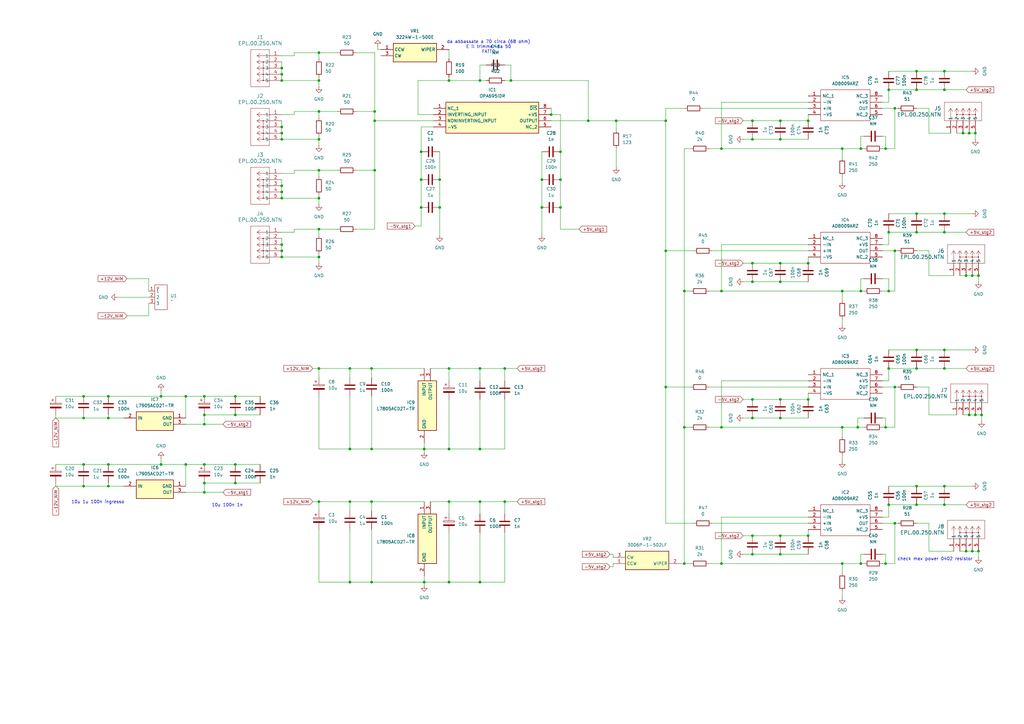
<source format=kicad_sch>
(kicad_sch (version 20250114) (generator "eeschema") (generator_version "9.0")
  (paper "A3")
  (title_block (title "$ input 4 output") (date "2025-03-06") (rev "0.0") (company "INFN Torino") (comment 1 "Stefan Cristi Zugravel"))
  (text "da abbassate a 70 circa (68 ohm)\nE il trimmer da 50\nFATTO\n" (at 200.406 19.304 0) (effects (font (size 1.27 1.27))))
  (text "10u 100n 1n\n" (at 93.218 207.264 0) (effects (font (size 1.27 1.27))))
  (text "check max power 0402 resistor\n" (at 383.54 229.362 0) (effects (font (size 1.27 1.27))))
  (text "10u 1u 100n ingresso" (at 40.132 205.994 0) (effects (font (size 1.27 1.27))))
  (junction (at 180.34 73.66))
  (junction (at 115.57 76.2))
  (junction (at 345.44 175.26))
  (junction (at 367.03 44.45))
  (junction (at 222.25 85.09))
  (junction (at 320.04 49.53))
  (junction (at 375.92 143.51))
  (junction (at 115.57 33.02))
  (junction (at 387.35 87.63))
  (junction (at 184.15 151.13))
  (junction (at 398.78 113.03))
  (junction (at 345.44 60.96))
  (junction (at 173.99 238.76))
  (junction (at 96.52 198.12))
  (junction (at 152.4 151.13))
  (junction (at 280.67 119.38))
  (junction (at 363.22 60.96))
  (junction (at 34.29 171.45))
  (junction (at 308.61 49.53))
  (junction (at 130.81 45.72))
  (junction (at 364.49 36.83))
  (junction (at 172.72 73.66))
  (junction (at 308.61 227.33))
  (junction (at 96.52 190.5))
  (junction (at 196.85 151.13))
  (junction (at 172.72 85.09))
  (junction (at 229.87 73.66))
  (junction (at 83.82 170.18))
  (junction (at 96.52 170.18))
  (junction (at 143.51 238.76))
  (junction (at 387.35 36.83))
  (junction (at 387.35 151.13))
  (junction (at 364.49 207.01))
  (junction (at 76.2 190.5))
  (junction (at 66.04 190.5))
  (junction (at 34.29 199.39))
  (junction (at 83.82 201.93))
  (junction (at 320.04 171.45))
  (junction (at 153.67 49.53))
  (junction (at 367.03 214.63))
  (junction (at 241.3 49.53))
  (junction (at 130.81 105.41))
  (junction (at 34.29 190.5))
  (junction (at 308.61 107.95))
  (junction (at 367.03 102.87))
  (junction (at 401.32 226.06))
  (junction (at 400.05 54.61))
  (junction (at 308.61 171.45))
  (junction (at 152.4 238.76))
  (junction (at 184.15 184.15))
  (junction (at 115.57 81.28))
  (junction (at 115.57 52.07))
  (junction (at 207.01 151.13))
  (junction (at 273.05 49.53))
  (junction (at 96.52 162.56))
  (junction (at 398.78 226.06))
  (junction (at 375.92 199.39))
  (junction (at 401.32 113.03))
  (junction (at 252.73 49.53))
  (junction (at 320.04 57.15))
  (junction (at 196.85 238.76))
  (junction (at 367.03 158.75))
  (junction (at 209.55 33.02))
  (junction (at 402.59 170.18))
  (junction (at 345.44 119.38))
  (junction (at 83.82 173.99))
  (junction (at 115.57 105.41))
  (junction (at 295.91 231.14))
  (junction (at 184.15 205.74))
  (junction (at 180.34 85.09))
  (junction (at 115.57 100.33))
  (junction (at 375.92 87.63))
  (junction (at 308.61 57.15))
  (junction (at 397.51 170.18))
  (junction (at 273.05 102.87))
  (junction (at 345.44 231.14))
  (junction (at 143.51 184.15))
  (junction (at 394.97 54.61))
  (junction (at 351.79 175.26))
  (junction (at 130.81 205.74))
  (junction (at 143.51 205.74))
  (junction (at 295.91 60.96))
  (junction (at 396.24 113.03))
  (junction (at 222.25 73.66))
  (junction (at 184.15 238.76))
  (junction (at 184.15 33.02))
  (junction (at 363.22 175.26))
  (junction (at 44.45 162.56))
  (junction (at 387.35 199.39))
  (junction (at 115.57 30.48))
  (junction (at 115.57 78.74))
  (junction (at 115.57 102.87))
  (junction (at 196.85 33.02))
  (junction (at 173.99 184.15))
  (junction (at 152.4 205.74))
  (junction (at 130.81 151.13))
  (junction (at 320.04 163.83))
  (junction (at 130.81 93.98))
  (junction (at 331.47 107.95))
  (junction (at 83.82 162.56))
  (junction (at 387.35 95.25))
  (junction (at 375.92 95.25))
  (junction (at 331.47 49.53))
  (junction (at 153.67 69.85))
  (junction (at 130.81 33.02))
  (junction (at 353.06 231.14))
  (junction (at 130.81 69.85))
  (junction (at 375.92 29.21))
  (junction (at 44.45 171.45))
  (junction (at 83.82 198.12))
  (junction (at 387.35 143.51))
  (junction (at 320.04 227.33))
  (junction (at 152.4 184.15))
  (junction (at 353.06 119.38))
  (junction (at 375.92 207.01))
  (junction (at 76.2 162.56))
  (junction (at 308.61 163.83))
  (junction (at 44.45 199.39))
  (junction (at 375.92 36.83))
  (junction (at 353.06 60.96))
  (junction (at 273.05 158.75))
  (junction (at 115.57 27.94))
  (junction (at 280.67 231.14))
  (junction (at 196.85 184.15))
  (junction (at 295.91 119.38))
  (junction (at 331.47 219.71))
  (junction (at 375.92 151.13))
  (junction (at 44.45 190.5))
  (junction (at 331.47 163.83))
  (junction (at 396.24 226.06))
  (junction (at 308.61 219.71))
  (junction (at 397.51 54.61))
  (junction (at 115.57 57.15))
  (junction (at 207.01 205.74))
  (junction (at 143.51 151.13))
  (junction (at 320.04 219.71))
  (junction (at 196.85 205.74))
  (junction (at 229.87 85.09))
  (junction (at 130.81 81.28))
  (junction (at 115.57 54.61))
  (junction (at 130.81 21.59))
  (junction (at 34.29 162.56))
  (junction (at 387.35 207.01))
  (junction (at 387.35 29.21))
  (junction (at 153.67 45.72))
  (junction (at 295.91 175.26))
  (junction (at 66.04 162.56))
  (junction (at 364.49 119.38))
  (junction (at 280.67 175.26))
  (junction (at 226.06 46.99))
  (junction (at 320.04 115.57))
  (junction (at 172.72 62.23))
  (junction (at 229.87 62.23))
  (junction (at 130.81 57.15))
  (junction (at 308.61 115.57))
  (junction (at 364.49 95.25))
  (junction (at 363.22 231.14))
  (junction (at 83.82 190.5))
  (junction (at 320.04 107.95))
  (junction (at 400.05 170.18))
  (junction (at 364.49 151.13))
  (wire (pts (xy 83.82 162.56) (xy 96.52 162.56)))
  (wire (pts (xy 367.03 175.26) (xy 367.03 158.75)))
  (wire (pts (xy 361.95 41.91) (xy 364.49 41.91)))
  (wire (pts (xy 252.73 49.53) (xy 273.05 49.53)))
  (wire (pts (xy 331.47 161.29) (xy 331.47 163.83)))
  (wire (pts (xy 76.2 173.99) (xy 83.82 173.99)))
  (wire (pts (xy 44.45 162.56) (xy 66.04 162.56)))
  (wire (pts (xy 273.05 44.45) (xy 273.05 49.53)))
  (wire (pts (xy 34.29 199.39) (xy 44.45 199.39)))
  (wire (pts (xy 353.06 227.33) (xy 353.06 231.14)))
  (wire (pts (xy 394.97 54.61) (xy 397.51 54.61)))
  (wire (pts (xy 361.95 102.87) (xy 367.03 102.87)))
  (wire (pts (xy 153.67 49.53) (xy 177.8 49.53)))
  (wire (pts (xy 130.81 45.72) (xy 130.81 48.26)))
  (wire (pts (xy 130.81 93.98) (xy 138.43 93.98)))
  (wire (pts (xy 222.25 62.23) (xy 222.25 73.66)))
  (wire (pts (xy 308.61 57.15) (xy 304.8 57.15)))
  (wire (pts (xy 173.99 184.15) (xy 184.15 184.15)))
  (wire (pts (xy 345.44 130.81) (xy 345.44 133.35)))
  (wire (pts (xy 115.57 57.15) (xy 130.81 57.15)))
  (wire (pts (xy 115.57 95.25) (xy 120.65 95.25)))
  (wire (pts (xy 375.92 87.63) (xy 387.35 87.63)))
  (wire (pts (xy 130.81 184.15) (xy 143.51 184.15)))
  (wire (pts (xy 284.48 102.87) (xy 273.05 102.87)))
  (wire (pts (xy 76.2 190.5) (xy 76.2 199.39)))
  (wire (pts (xy 320.04 57.15) (xy 308.61 57.15)))
  (wire (pts (xy 331.47 212.09) (xy 295.91 212.09)))
  (wire (pts (xy 320.04 49.53) (xy 331.47 49.53)))
  (wire (pts (xy 22.86 171.45) (xy 34.29 171.45)))
  (wire (pts (xy 156.21 20.32) (xy 154.94 20.32)))
  (wire (pts (xy 375.92 199.39) (xy 387.35 199.39)))
  (wire (pts (xy 375.92 158.75) (xy 381 158.75)))
  (wire (pts (xy 130.81 69.85) (xy 138.43 69.85)))
  (wire (pts (xy 44.45 199.39) (xy 44.45 198.12)))
  (wire (pts (xy 120.65 21.59) (xy 130.81 21.59)))
  (wire (pts (xy 76.2 201.93) (xy 83.82 201.93)))
  (wire (pts (xy 153.67 93.98) (xy 146.05 93.98)))
  (wire (pts (xy 393.7 113.03) (xy 396.24 113.03)))
  (wire (pts (xy 212.09 205.74) (xy 207.01 205.74)))
  (wire (pts (xy 363.22 171.45) (xy 363.22 175.26)))
  (wire (pts (xy 184.15 238.76) (xy 196.85 238.76)))
  (wire (pts (xy 173.99 181.61) (xy 173.99 184.15)))
  (wire (pts (xy 22.86 199.39) (xy 22.86 198.12)))
  (wire (pts (xy 396.24 36.83) (xy 387.35 36.83)))
  (wire (pts (xy 96.52 162.56) (xy 106.68 162.56)))
  (wire (pts (xy 290.83 231.14) (xy 295.91 231.14)))
  (wire (pts (xy 229.87 46.99) (xy 226.06 46.99)))
  (wire (pts (xy 331.47 158.75) (xy 290.83 158.75)))
  (wire (pts (xy 120.65 45.72) (xy 130.81 45.72)))
  (wire (pts (xy 143.51 238.76) (xy 152.4 238.76)))
  (wire (pts (xy 130.81 238.76) (xy 130.81 217.17)))
  (wire (pts (xy 283.21 60.96) (xy 280.67 60.96)))
  (wire (pts (xy 280.67 175.26) (xy 280.67 231.14)))
  (wire (pts (xy 83.82 201.93) (xy 83.82 198.12)))
  (wire (pts (xy 184.15 238.76) (xy 184.15 218.44)))
  (wire (pts (xy 304.8 49.53) (xy 308.61 49.53)))
  (wire (pts (xy 308.61 115.57) (xy 304.8 115.57)))
  (wire (pts (xy 184.15 151.13) (xy 196.85 151.13)))
  (wire (pts (xy 226.06 44.45) (xy 226.06 46.99)))
  (wire (pts (xy 295.91 60.96) (xy 345.44 60.96)))
  (wire (pts (xy 361.95 227.33) (xy 363.22 227.33)))
  (wire (pts (xy 115.57 25.4) (xy 115.57 27.94)))
  (wire (pts (xy 345.44 119.38) (xy 345.44 123.19)))
  (wire (pts (xy 351.79 175.26) (xy 354.33 175.26)))
  (wire (pts (xy 345.44 231.14) (xy 345.44 234.95)))
  (wire (pts (xy 295.91 175.26) (xy 345.44 175.26)))
  (wire (pts (xy 115.57 52.07) (xy 115.57 54.61)))
  (wire (pts (xy 401.32 226.06) (xy 401.32 228.6)))
  (wire (pts (xy 381 214.63) (xy 381 226.06)))
  (wire (pts (xy 130.81 238.76) (xy 143.51 238.76)))
  (wire (pts (xy 394.97 170.18) (xy 397.51 170.18)))
  (wire (pts (xy 115.57 49.53) (xy 115.57 52.07)))
  (wire (pts (xy 331.47 171.45) (xy 320.04 171.45)))
  (wire (pts (xy 130.81 80.01) (xy 130.81 81.28)))
  (wire (pts (xy 128.27 205.74) (xy 130.81 205.74)))
  (wire (pts (xy 353.06 55.88) (xy 353.06 60.96)))
  (wire (pts (xy 252.73 49.53) (xy 252.73 53.34)))
  (wire (pts (xy 280.67 44.45) (xy 273.05 44.45)))
  (wire (pts (xy 320.04 227.33) (xy 308.61 227.33)))
  (wire (pts (xy 83.82 170.18) (xy 96.52 170.18)))
  (wire (pts (xy 290.83 119.38) (xy 295.91 119.38)))
  (wire (pts (xy 331.47 115.57) (xy 320.04 115.57)))
  (wire (pts (xy 177.8 46.99) (xy 171.45 46.99)))
  (wire (pts (xy 83.82 173.99) (xy 91.44 173.99)))
  (wire (pts (xy 331.47 102.87) (xy 292.1 102.87)))
  (wire (pts (xy 345.44 242.57) (xy 345.44 245.11)))
  (wire (pts (xy 176.53 151.13) (xy 184.15 151.13)))
  (wire (pts (xy 361.95 231.14) (xy 363.22 231.14)))
  (wire (pts (xy 76.2 162.56) (xy 76.2 171.45)))
  (wire (pts (xy 120.65 93.98) (xy 130.81 93.98)))
  (wire (pts (xy 120.65 95.25) (xy 120.65 93.98)))
  (wire (pts (xy 331.47 46.99) (xy 331.47 49.53)))
  (wire (pts (xy 375.92 29.21) (xy 387.35 29.21)))
  (wire (pts (xy 229.87 62.23) (xy 229.87 46.99)))
  (wire (pts (xy 367.03 231.14) (xy 367.03 214.63)))
  (wire (pts (xy 279.4 231.14) (xy 280.67 231.14)))
  (wire (pts (xy 196.85 184.15) (xy 196.85 163.83)))
  (wire (pts (xy 60.96 114.3) (xy 60.96 119.38)))
  (wire (pts (xy 345.44 119.38) (xy 353.06 119.38)))
  (wire (pts (xy 381 102.87) (xy 381 113.03)))
  (wire (pts (xy 196.85 238.76) (xy 207.01 238.76)))
  (wire (pts (xy 199.39 26.67) (xy 196.85 26.67)))
  (wire (pts (xy 229.87 93.98) (xy 237.49 93.98)))
  (wire (pts (xy 153.67 45.72) (xy 153.67 49.53)))
  (wire (pts (xy 400.05 54.61) (xy 400.05 57.15)))
  (wire (pts (xy 402.59 170.18) (xy 402.59 172.72)))
  (wire (pts (xy 172.72 85.09) (xy 172.72 92.71)))
  (wire (pts (xy 143.51 238.76) (xy 143.51 217.17)))
  (wire (pts (xy 387.35 199.39) (xy 398.78 199.39)))
  (wire (pts (xy 364.49 95.25) (xy 375.92 95.25)))
  (wire (pts (xy 207.01 156.21) (xy 207.01 151.13)))
  (wire (pts (xy 180.34 85.09) (xy 180.34 96.52)))
  (wire (pts (xy 96.52 170.18) (xy 106.68 170.18)))
  (wire (pts (xy 364.49 114.3) (xy 364.49 119.38)))
  (wire (pts (xy 34.29 171.45) (xy 44.45 171.45)))
  (wire (pts (xy 331.47 100.33) (xy 295.91 100.33)))
  (wire (pts (xy 345.44 72.39) (xy 345.44 74.93)))
  (wire (pts (xy 295.91 212.09) (xy 295.91 231.14)))
  (wire (pts (xy 364.49 199.39) (xy 375.92 199.39)))
  (wire (pts (xy 273.05 102.87) (xy 273.05 158.75)))
  (wire (pts (xy 207.01 26.67) (xy 209.55 26.67)))
  (wire (pts (xy 308.61 107.95) (xy 320.04 107.95)))
  (wire (pts (xy 143.51 205.74) (xy 143.51 209.55)))
  (wire (pts (xy 76.2 162.56) (xy 83.82 162.56)))
  (wire (pts (xy 115.57 102.87) (xy 115.57 105.41)))
  (wire (pts (xy 207.01 210.82) (xy 207.01 205.74)))
  (wire (pts (xy 251.46 232.41) (xy 251.46 231.14)))
  (wire (pts (xy 153.67 21.59) (xy 153.67 45.72)))
  (wire (pts (xy 401.32 113.03) (xy 401.32 115.57)))
  (wire (pts (xy 120.65 71.12) (xy 120.65 69.85)))
  (wire (pts (xy 207.01 238.76) (xy 207.01 218.44)))
  (wire (pts (xy 130.81 151.13) (xy 130.81 154.94)))
  (wire (pts (xy 152.4 238.76) (xy 173.99 238.76)))
  (wire (pts (xy 226.06 49.53) (xy 241.3 49.53)))
  (wire (pts (xy 130.81 205.74) (xy 143.51 205.74)))
  (wire (pts (xy 381 54.61) (xy 389.89 54.61)))
  (wire (pts (xy 361.95 44.45) (xy 367.03 44.45)))
  (wire (pts (xy 22.86 162.56) (xy 34.29 162.56)))
  (wire (pts (xy 152.4 151.13) (xy 152.4 154.94)))
  (wire (pts (xy 196.85 238.76) (xy 196.85 218.44)))
  (wire (pts (xy 130.81 55.88) (xy 130.81 57.15)))
  (wire (pts (xy 120.65 46.99) (xy 120.65 45.72)))
  (wire (pts (xy 143.51 184.15) (xy 152.4 184.15)))
  (wire (pts (xy 361.95 171.45) (xy 363.22 171.45)))
  (wire (pts (xy 381 158.75) (xy 381 170.18)))
  (wire (pts (xy 367.03 158.75) (xy 368.3 158.75)))
  (wire (pts (xy 345.44 186.69) (xy 345.44 189.23)))
  (wire (pts (xy 184.15 31.75) (xy 184.15 33.02)))
  (wire (pts (xy 22.86 171.45) (xy 22.86 170.18)))
  (wire (pts (xy 184.15 184.15) (xy 196.85 184.15)))
  (wire (pts (xy 364.49 36.83) (xy 375.92 36.83)))
  (wire (pts (xy 250.19 232.41) (xy 251.46 232.41)))
  (wire (pts (xy 115.57 76.2) (xy 115.57 78.74)))
  (wire (pts (xy 280.67 119.38) (xy 283.21 119.38)))
  (wire (pts (xy 130.81 205.74) (xy 130.81 209.55)))
  (wire (pts (xy 34.29 162.56) (xy 44.45 162.56)))
  (wire (pts (xy 34.29 199.39) (xy 34.29 198.12)))
  (wire (pts (xy 60.96 129.54) (xy 60.96 124.46)))
  (wire (pts (xy 180.34 62.23) (xy 180.34 73.66)))
  (wire (pts (xy 345.44 231.14) (xy 353.06 231.14)))
  (wire (pts (xy 364.49 143.51) (xy 375.92 143.51)))
  (wire (pts (xy 320.04 219.71) (xy 331.47 219.71)))
  (wire (pts (xy 196.85 184.15) (xy 207.01 184.15)))
  (wire (pts (xy 153.67 69.85) (xy 153.67 93.98)))
  (wire (pts (xy 229.87 93.98) (xy 229.87 85.09)))
  (wire (pts (xy 184.15 205.74) (xy 196.85 205.74)))
  (wire (pts (xy 364.49 36.83) (xy 364.49 41.91)))
  (wire (pts (xy 146.05 69.85) (xy 153.67 69.85)))
  (wire (pts (xy 387.35 95.25) (xy 375.92 95.25)))
  (wire (pts (xy 387.35 87.63) (xy 398.78 87.63)))
  (wire (pts (xy 66.04 190.5) (xy 76.2 190.5)))
  (wire (pts (xy 308.61 163.83) (xy 320.04 163.83)))
  (wire (pts (xy 143.51 151.13) (xy 152.4 151.13)))
  (wire (pts (xy 130.81 93.98) (xy 130.81 96.52)))
  (wire (pts (xy 354.33 171.45) (xy 351.79 171.45)))
  (wire (pts (xy 241.3 49.53) (xy 252.73 49.53)))
  (wire (pts (xy 381 113.03) (xy 391.16 113.03)))
  (wire (pts (xy 280.67 175.26) (xy 283.21 175.26)))
  (wire (pts (xy 387.35 36.83) (xy 375.92 36.83)))
  (wire (pts (xy 308.61 49.53) (xy 320.04 49.53)))
  (wire (pts (xy 283.21 158.75) (xy 273.05 158.75)))
  (wire (pts (xy 152.4 205.74) (xy 173.99 205.74)))
  (wire (pts (xy 304.8 163.83) (xy 308.61 163.83)))
  (wire (pts (xy 345.44 175.26) (xy 345.44 179.07)))
  (wire (pts (xy 280.67 60.96) (xy 280.67 119.38)))
  (wire (pts (xy 196.85 205.74) (xy 207.01 205.74)))
  (wire (pts (xy 184.15 151.13) (xy 184.15 156.21)))
  (wire (pts (xy 212.09 151.13) (xy 207.01 151.13)))
  (wire (pts (xy 130.81 45.72) (xy 138.43 45.72)))
  (wire (pts (xy 83.82 198.12) (xy 96.52 198.12)))
  (wire (pts (xy 361.95 212.09) (xy 364.49 212.09)))
  (wire (pts (xy 364.49 95.25) (xy 364.49 100.33)))
  (wire (pts (xy 152.4 184.15) (xy 173.99 184.15)))
  (wire (pts (xy 143.51 151.13) (xy 143.51 154.94)))
  (wire (pts (xy 152.4 184.15) (xy 152.4 162.56)))
  (wire (pts (xy 375.92 214.63) (xy 381 214.63)))
  (wire (pts (xy 331.47 214.63) (xy 292.1 214.63)))
  (wire (pts (xy 353.06 119.38) (xy 354.33 119.38)))
  (wire (pts (xy 363.22 227.33) (xy 363.22 231.14)))
  (wire (pts (xy 290.83 60.96) (xy 295.91 60.96)))
  (wire (pts (xy 184.15 33.02) (xy 196.85 33.02)))
  (wire (pts (xy 354.33 55.88) (xy 353.06 55.88)))
  (wire (pts (xy 364.49 119.38) (xy 367.03 119.38)))
  (wire (pts (xy 154.94 20.32) (xy 154.94 19.05)))
  (wire (pts (xy 308.61 219.71) (xy 320.04 219.71)))
  (wire (pts (xy 252.73 60.96) (xy 252.73 68.58)))
  (wire (pts (xy 304.8 219.71) (xy 308.61 219.71)))
  (wire (pts (xy 280.67 119.38) (xy 280.67 175.26)))
  (wire (pts (xy 34.29 171.45) (xy 34.29 170.18)))
  (wire (pts (xy 351.79 171.45) (xy 351.79 175.26)))
  (wire (pts (xy 361.95 158.75) (xy 367.03 158.75)))
  (wire (pts (xy 361.95 119.38) (xy 364.49 119.38)))
  (wire (pts (xy 130.81 105.41) (xy 130.81 107.95)))
  (wire (pts (xy 34.29 190.5) (xy 44.45 190.5)))
  (wire (pts (xy 331.47 105.41) (xy 331.47 107.95)))
  (wire (pts (xy 66.04 162.56) (xy 76.2 162.56)))
  (wire (pts (xy 120.65 69.85) (xy 130.81 69.85)))
  (wire (pts (xy 196.85 33.02) (xy 199.39 33.02)))
  (wire (pts (xy 115.57 81.28) (xy 130.81 81.28)))
  (wire (pts (xy 173.99 185.42) (xy 173.99 184.15)))
  (wire (pts (xy 400.05 170.18) (xy 402.59 170.18)))
  (wire (pts (xy 22.86 190.5) (xy 34.29 190.5)))
  (wire (pts (xy 295.91 119.38) (xy 345.44 119.38)))
  (wire (pts (xy 320.04 171.45) (xy 308.61 171.45)))
  (wire (pts (xy 273.05 49.53) (xy 273.05 102.87)))
  (wire (pts (xy 251.46 227.33) (xy 251.46 228.6)))
  (wire (pts (xy 115.57 97.79) (xy 115.57 100.33)))
  (wire (pts (xy 290.83 175.26) (xy 295.91 175.26)))
  (wire (pts (xy 207.01 184.15) (xy 207.01 163.83)))
  (wire (pts (xy 354.33 114.3) (xy 353.06 114.3)))
  (wire (pts (xy 196.85 156.21) (xy 196.85 151.13)))
  (wire (pts (xy 396.24 95.25) (xy 387.35 95.25)))
  (wire (pts (xy 361.95 100.33) (xy 364.49 100.33)))
  (wire (pts (xy 22.86 199.39) (xy 34.29 199.39)))
  (wire (pts (xy 345.44 60.96) (xy 345.44 64.77)))
  (wire (pts (xy 115.57 46.99) (xy 120.65 46.99)))
  (wire (pts (xy 146.05 21.59) (xy 153.67 21.59)))
  (wire (pts (xy 396.24 113.03) (xy 398.78 113.03)))
  (wire (pts (xy 130.81 31.75) (xy 130.81 33.02)))
  (wire (pts (xy 229.87 73.66) (xy 229.87 62.23)))
  (wire (pts (xy 176.53 205.74) (xy 184.15 205.74)))
  (wire (pts (xy 96.52 198.12) (xy 106.68 198.12)))
  (wire (pts (xy 364.49 87.63) (xy 375.92 87.63)))
  (wire (pts (xy 396.24 207.01) (xy 387.35 207.01)))
  (wire (pts (xy 295.91 231.14) (xy 345.44 231.14)))
  (wire (pts (xy 398.78 226.06) (xy 401.32 226.06)))
  (wire (pts (xy 361.95 114.3) (xy 364.49 114.3)))
  (wire (pts (xy 398.78 113.03) (xy 401.32 113.03)))
  (wire (pts (xy 397.51 54.61) (xy 400.05 54.61)))
  (wire (pts (xy 353.06 60.96) (xy 354.33 60.96)))
  (wire (pts (xy 393.7 226.06) (xy 396.24 226.06)))
  (wire (pts (xy 115.57 105.41) (xy 130.81 105.41)))
  (wire (pts (xy 130.81 33.02) (xy 130.81 35.56)))
  (wire (pts (xy 387.35 207.01) (xy 375.92 207.01)))
  (wire (pts (xy 44.45 199.39) (xy 50.8 199.39)))
  (wire (pts (xy 345.44 175.26) (xy 351.79 175.26)))
  (wire (pts (xy 76.2 190.5) (xy 83.82 190.5)))
  (wire (pts (xy 209.55 33.02) (xy 241.3 33.02)))
  (wire (pts (xy 375.92 102.87) (xy 381 102.87)))
  (wire (pts (xy 184.15 205.74) (xy 184.15 210.82)))
  (wire (pts (xy 295.91 156.21) (xy 295.91 175.26)))
  (wire (pts (xy 345.44 60.96) (xy 353.06 60.96)))
  (wire (pts (xy 115.57 100.33) (xy 115.57 102.87)))
  (wire (pts (xy 172.72 73.66) (xy 172.72 85.09)))
  (wire (pts (xy 381 226.06) (xy 391.16 226.06)))
  (wire (pts (xy 284.48 214.63) (xy 273.05 214.63)))
  (wire (pts (xy 173.99 238.76) (xy 184.15 238.76)))
  (wire (pts (xy 130.81 57.15) (xy 130.81 59.69)))
  (wire (pts (xy 184.15 33.02) (xy 171.45 33.02)))
  (wire (pts (xy 364.49 29.21) (xy 375.92 29.21)))
  (wire (pts (xy 83.82 201.93) (xy 91.44 201.93)))
  (wire (pts (xy 361.95 214.63) (xy 367.03 214.63)))
  (wire (pts (xy 308.61 171.45) (xy 304.8 171.45)))
  (wire (pts (xy 152.4 238.76) (xy 152.4 217.17)))
  (wire (pts (xy 66.04 160.02) (xy 66.04 162.56)))
  (wire (pts (xy 172.72 73.66) (xy 172.72 62.23)))
  (wire (pts (xy 130.81 184.15) (xy 130.81 162.56)))
  (wire (pts (xy 396.24 226.06) (xy 398.78 226.06)))
  (wire (pts (xy 363.22 60.96) (xy 367.03 60.96)))
  (wire (pts (xy 361.95 55.88) (xy 363.22 55.88)))
  (wire (pts (xy 115.57 33.02) (xy 130.81 33.02)))
  (wire (pts (xy 361.95 175.26) (xy 363.22 175.26)))
  (wire (pts (xy 387.35 29.21) (xy 398.78 29.21)))
  (wire (pts (xy 381 44.45) (xy 381 54.61)))
  (wire (pts (xy 320.04 163.83) (xy 331.47 163.83)))
  (wire (pts (xy 115.57 30.48) (xy 115.57 33.02)))
  (wire (pts (xy 308.61 227.33) (xy 304.8 227.33)))
  (wire (pts (xy 115.57 54.61) (xy 115.57 57.15)))
  (wire (pts (xy 130.81 69.85) (xy 130.81 72.39)))
  (wire (pts (xy 375.92 143.51) (xy 387.35 143.51)))
  (wire (pts (xy 173.99 236.22) (xy 173.99 238.76)))
  (wire (pts (xy 143.51 184.15) (xy 143.51 162.56)))
  (wire (pts (xy 44.45 171.45) (xy 50.8 171.45)))
  (wire (pts (xy 152.4 151.13) (xy 173.99 151.13)))
  (wire (pts (xy 196.85 26.67) (xy 196.85 33.02)))
  (wire (pts (xy 396.24 151.13) (xy 387.35 151.13)))
  (wire (pts (xy 173.99 240.03) (xy 173.99 238.76)))
  (wire (pts (xy 381 170.18) (xy 392.43 170.18)))
  (wire (pts (xy 364.49 151.13) (xy 375.92 151.13)))
  (wire (pts (xy 353.06 114.3) (xy 353.06 119.38)))
  (wire (pts (xy 331.47 156.21) (xy 295.91 156.21)))
  (wire (pts (xy 184.15 184.15) (xy 184.15 163.83)))
  (wire (pts (xy 250.19 227.33) (xy 251.46 227.33)))
  (wire (pts (xy 96.52 190.5) (xy 106.68 190.5)))
  (wire (pts (xy 143.51 205.74) (xy 152.4 205.74)))
  (wire (pts (xy 361.95 156.21) (xy 364.49 156.21)))
  (wire (pts (xy 115.57 27.94) (xy 115.57 30.48)))
  (wire (pts (xy 392.43 54.61) (xy 394.97 54.61)))
  (wire (pts (xy 367.03 214.63) (xy 368.3 214.63)))
  (wire (pts (xy 115.57 78.74) (xy 115.57 81.28)))
  (wire (pts (xy 130.81 104.14) (xy 130.81 105.41)))
  (wire (pts (xy 172.72 62.23) (xy 172.72 52.07)))
  (wire (pts (xy 361.95 60.96) (xy 363.22 60.96)))
  (wire (pts (xy 397.51 170.18) (xy 400.05 170.18)))
  (wire (pts (xy 320.04 115.57) (xy 308.61 115.57)))
  (wire (pts (xy 180.34 73.66) (xy 180.34 85.09)))
  (wire (pts (xy 363.22 175.26) (xy 367.03 175.26)))
  (wire (pts (xy 196.85 210.82) (xy 196.85 205.74)))
  (wire (pts (xy 44.45 171.45) (xy 44.45 170.18)))
  (wire (pts (xy 115.57 71.12) (xy 120.65 71.12)))
  (wire (pts (xy 354.33 227.33) (xy 353.06 227.33)))
  (wire (pts (xy 280.67 231.14) (xy 283.21 231.14)))
  (wire (pts (xy 130.81 21.59) (xy 130.81 24.13)))
  (wire (pts (xy 241.3 33.02) (xy 241.3 49.53)))
  (wire (pts (xy 367.03 102.87) (xy 368.3 102.87)))
  (wire (pts (xy 184.15 20.32) (xy 184.15 24.13)))
  (wire (pts (xy 52.07 114.3) (xy 60.96 114.3)))
  (wire (pts (xy 83.82 190.5) (xy 96.52 190.5)))
  (wire (pts (xy 115.57 22.86) (xy 120.65 22.86)))
  (wire (pts (xy 153.67 49.53) (xy 153.67 69.85)))
  (wire (pts (xy 171.45 33.02) (xy 171.45 46.99)))
  (wire (pts (xy 130.81 21.59) (xy 138.43 21.59)))
  (wire (pts (xy 331.47 57.15) (xy 320.04 57.15)))
  (wire (pts (xy 196.85 151.13) (xy 207.01 151.13)))
  (wire (pts (xy 331.47 41.91) (xy 295.91 41.91)))
  (wire (pts (xy 364.49 207.01) (xy 364.49 212.09)))
  (wire (pts (xy 83.82 173.99) (xy 83.82 170.18)))
  (wire (pts (xy 387.35 143.51) (xy 398.78 143.51)))
  (wire (pts (xy 304.8 107.95) (xy 308.61 107.95)))
  (wire (pts (xy 367.03 44.45) (xy 368.3 44.45)))
  (wire (pts (xy 44.45 190.5) (xy 66.04 190.5)))
  (wire (pts (xy 331.47 44.45) (xy 288.29 44.45)))
  (wire (pts (xy 367.03 60.96) (xy 367.03 44.45)))
  (wire (pts (xy 331.47 217.17) (xy 331.47 219.71)))
  (wire (pts (xy 375.92 44.45) (xy 381 44.45)))
  (wire (pts (xy 353.06 231.14) (xy 354.33 231.14)))
  (wire (pts (xy 367.03 119.38) (xy 367.03 102.87)))
  (wire (pts (xy 120.65 22.86) (xy 120.65 21.59)))
  (wire (pts (xy 128.27 151.13) (xy 130.81 151.13)))
  (wire (pts (xy 363.22 55.88) (xy 363.22 60.96)))
  (wire (pts (xy 364.49 151.13) (xy 364.49 156.21)))
  (wire (pts (xy 273.05 158.75) (xy 273.05 214.63)))
  (wire (pts (xy 48.26 121.92) (xy 60.96 121.92)))
  (wire (pts (xy 222.25 85.09) (xy 222.25 96.52)))
  (wire (pts (xy 152.4 205.74) (xy 152.4 209.55)))
  (wire (pts (xy 320.04 107.95) (xy 331.47 107.95)))
  (wire (pts (xy 130.81 151.13) (xy 143.51 151.13)))
  (wire (pts (xy 207.01 33.02) (xy 209.55 33.02)))
  (wire (pts (xy 146.05 45.72) (xy 153.67 45.72)))
  (wire (pts (xy 229.87 85.09) (xy 229.87 73.66)))
  (wire (pts (xy 222.25 73.66) (xy 222.25 85.09)))
  (wire (pts (xy 295.91 100.33) (xy 295.91 119.38)))
  (wire (pts (xy 364.49 207.01) (xy 375.92 207.01)))
  (wire (pts (xy 331.47 227.33) (xy 320.04 227.33)))
  (wire (pts (xy 115.57 73.66) (xy 115.57 76.2)))
  (wire (pts (xy 66.04 187.96) (xy 66.04 190.5)))
  (wire (pts (xy 295.91 41.91) (xy 295.91 60.96)))
  (wire (pts (xy 209.55 26.67) (xy 209.55 33.02)))
  (wire (pts (xy 363.22 231.14) (xy 367.03 231.14)))
  (wire (pts (xy 172.72 52.07) (xy 177.8 52.07)))
  (wire (pts (xy 52.07 129.54) (xy 60.96 129.54)))
  (wire (pts (xy 170.18 92.71) (xy 172.72 92.71)))
  (wire (pts (xy 130.81 81.28) (xy 130.81 83.82)))
  (wire (pts (xy 387.35 151.13) (xy 375.92 151.13)))
  (global_label "-5V_stg2" (shape input) (at 91.44 173.99 0) (property "Intersheetrefs" "${INTERSHEET_REFS}" (effects (hide yes))))
  (global_label "-5V_stg2" (shape input) (at 304.8 107.95 180) (property "Intersheetrefs" "${INTERSHEET_REFS}" (effects (hide yes))))
  (global_label "+5V_stg2" (shape input) (at 250.19 227.33 180) (property "Intersheetrefs" "${INTERSHEET_REFS}" (effects (hide yes))))
  (global_label "-5V_stg2" (shape input) (at 304.8 49.53 180) (property "Intersheetrefs" "${INTERSHEET_REFS}" (effects (hide yes))))
  (global_label "+5V_stg2" (shape input) (at 212.09 151.13 0) (property "Intersheetrefs" "${INTERSHEET_REFS}" (effects (hide yes))))
  (global_label "-5V_stg2" (shape input) (at 304.8 163.83 180) (property "Intersheetrefs" "${INTERSHEET_REFS}" (effects (hide yes))))
  (global_label "+5V_stg1" (shape input) (at 237.49 93.98 0) (property "Intersheetrefs" "${INTERSHEET_REFS}" (effects (hide yes))))
  (global_label "-5V_stg1" (shape input) (at 170.18 92.71 180) (property "Intersheetrefs" "${INTERSHEET_REFS}" (effects (hide yes))))
  (global_label "+12V_NIM" (shape input) (at 128.27 205.74 180) (property "Intersheetrefs" "${INTERSHEET_REFS}" (effects (hide yes))))
  (global_label "+5V_stg2" (shape input) (at 396.24 207.01 0) (property "Intersheetrefs" "${INTERSHEET_REFS}" (effects (hide yes))))
  (global_label "+5V_stg1" (shape input) (at 212.09 205.74 0) (property "Intersheetrefs" "${INTERSHEET_REFS}" (effects (hide yes))))
  (global_label "+12V_NIM" (shape input) (at 128.27 151.13 180) (property "Intersheetrefs" "${INTERSHEET_REFS}" (effects (hide yes))))
  (global_label "-5V_stg2" (shape input) (at 304.8 219.71 180) (property "Intersheetrefs" "${INTERSHEET_REFS}" (effects (hide yes))))
  (global_label "+5V_stg2" (shape input) (at 396.24 36.83 0) (property "Intersheetrefs" "${INTERSHEET_REFS}" (effects (hide yes))))
  (global_label "-12V_NIM" (shape input) (at 52.07 129.54 180) (property "Intersheetrefs" "${INTERSHEET_REFS}" (effects (hide yes))))
  (global_label "-5V_stg1" (shape input) (at 91.44 201.93 0) (property "Intersheetrefs" "${INTERSHEET_REFS}" (effects (hide yes))))
  (global_label "+5V_stg2" (shape input) (at 396.24 95.25 0) (property "Intersheetrefs" "${INTERSHEET_REFS}" (effects (hide yes))))
  (global_label "-5V_stg2" (shape input) (at 250.19 232.41 180) (property "Intersheetrefs" "${INTERSHEET_REFS}" (effects (hide yes))))
  (global_label "-12V_NIM" (shape input) (at 22.86 199.39 270) (property "Intersheetrefs" "${INTERSHEET_REFS}" (effects (hide yes))))
  (global_label "+5V_stg2" (shape input) (at 396.24 151.13 0) (property "Intersheetrefs" "${INTERSHEET_REFS}" (effects (hide yes))))
  (global_label "+12V_NIM" (shape input) (at 52.07 114.3 180) (property "Intersheetrefs" "${INTERSHEET_REFS}" (effects (hide yes))))
  (global_label "-12V_NIM" (shape input) (at 22.86 171.45 270) (property "Intersheetrefs" "${INTERSHEET_REFS}" (effects (hide yes))))
  (symbol (lib_id "Amplifier_Current:AD8009ARZ") (at 331.47 209.55 0) (unit 1)
    (property "Reference" "IC2" (at 346.71 201.93 0))
    (property "Value" "AD8009ARZ" (at 346.71 204.47 0))
    (property "Footprint" "Library_footprints:SOIC127P600X175-8N" (effects (hide yes)))
    (property "Datasheet" "https://datasheet.datasheetarchive.com/originals/distributors/Datasheets-4/DSA-75280.pdf" (effects (hide yes)))
    (property "Description" "AD8009ARZ, Fast Operational Amplifier Current Feedback,, 9V, 8-Pin SOIC" (effects (hide yes)))
    (property "Description_1" "AD8009ARZ, Fast Operational Amplifier Current Feedback,, 9V, 8-Pin SOIC" (effects (hide yes)))
    (property "Height" "1.75" (effects (hide yes)))
    (property "Mouser Part Number" "584-AD8009ARZ" (effects (hide yes)))
    (property "Mouser Price/Stock" "https://www.mouser.co.uk/ProductDetail/Analog-Devices/AD8009ARZ?qs=%2FtpEQrCGXCztmOs2ZWYkdw%3D%3D" (effects (hide yes)))
    (property "Manufacturer_Name" "Analog Devices" (effects (hide yes)))
    (property "Manufacturer_Part_Number" "AD8009ARZ" (effects (hide yes)))
  )
  (symbol (lib_id "Device:R") (at 345.44 238.76 180) (unit 1)
    (property "Reference" "R30" (at 347.98 237.4899 0) (effects (justify right)))
    (property "Value" "250" (at 347.98 240.0299 0) (effects (justify right)))
    (property "Footprint" "Resistor_SMD:R_0402_1005Metric" (effects (hide yes)))
    (property "Description" "Resistor" (effects (hide yes)))
  )
  (symbol (lib_id "Device:C") (at 331.47 167.64 0) (unit 1)
    (property "Reference" "C63" (at 339.09 167.64 90))
    (property "Value" "1n" (at 336.55 167.64 90))
    (property "Footprint" "Capacitor_SMD:C_0402_1005Metric" (effects (hide yes)))
    (property "Description" "Unpolarized capacitor" (effects (hide yes)))
  )
  (symbol (lib_id "Device:R") (at 287.02 175.26 270) (unit 1)
    (property "Reference" "R32" (at 287.02 168.91 90))
    (property "Value" "2k" (at 287.02 171.45 90))
    (property "Footprint" "Resistor_SMD:R_0402_1005Metric" (effects (hide yes)))
    (property "Description" "Resistor" (effects (hide yes)))
  )
  (symbol (lib_id "Device:R") (at 252.73 57.15 180) (unit 1)
    (property "Reference" "R17" (at 255.27 55.8799 0) (effects (justify right)))
    (property "Value" "123" (at 255.27 58.4199 0) (effects (justify right)))
    (property "Footprint" "Resistor_SMD:R_0402_1005Metric" (effects (hide yes)))
    (property "Description" "Resistor" (effects (hide yes)))
  )
  (symbol (lib_id "power:GND") (at 130.81 107.95 0) (unit 1)
    (property "Reference" "#PWR010" (effects (hide yes)))
    (property "Value" "GND" (at 130.81 113.03 0))
    (property "Description" "Power symbol creates a global label with name \"GND\" , ground" (effects (hide yes)))
  )
  (symbol (lib_id "power:GND") (at 398.78 199.39 90) (unit 1)
    (property "Reference" "#PWR029" (effects (hide yes)))
    (property "Value" "GND" (at 403.86 199.39 0))
    (property "Description" "Power symbol creates a global label with name \"GND\" , ground" (effects (hide yes)))
  )
  (symbol (lib_id "Device:R") (at 358.14 119.38 90) (unit 1)
    (property "Reference" "R38" (at 358.14 123.19 90))
    (property "Value" "250" (at 358.14 125.73 90))
    (property "Footprint" "Resistor_SMD:R_0402_1005Metric" (effects (hide yes)))
    (property "Description" "Resistor" (effects (hide yes)))
  )
  (symbol (lib_id "Device:R") (at 203.2 33.02 270) (unit 1)
    (property "Reference" "R18" (at 203.2 26.67 90))
    (property "Value" "402" (at 203.2 29.21 90))
    (property "Footprint" "Resistor_SMD:R_0402_1005Metric" (effects (hide yes)))
    (property "Description" "Resistor" (effects (hide yes)))
  )
  (symbol (lib_id "Device:R") (at 372.11 44.45 90) (unit 1)
    (property "Reference" "R43" (at 372.11 38.1 90))
    (property "Value" "51" (at 372.11 40.64 90))
    (property "Footprint" "Resistor_SMD:R_0603_1608Metric" (effects (hide yes)))
    (property "Description" "Resistor" (effects (hide yes)))
  )
  (symbol (lib_id "Device:C_Polarized") (at 130.81 213.36 0) (unit 1)
    (property "Reference" "C3" (at 134.62 211.2009 0) (effects (justify left)))
    (property "Value" "10u" (at 134.62 213.7409 0) (effects (justify left)))
    (property "Footprint" "Resistor_SMD:R_0805_2012Metric" (effects (hide yes)))
    (property "Description" "Polarized capacitor" (effects (hide yes)))
  )
  (symbol (lib_id "Device:R") (at 345.44 182.88 180) (unit 1)
    (property "Reference" "R33" (at 347.98 181.6099 0) (effects (justify right)))
    (property "Value" "250" (at 347.98 184.1499 0) (effects (justify right)))
    (property "Footprint" "Resistor_SMD:R_0402_1005Metric" (effects (hide yes)))
    (property "Description" "Resistor" (effects (hide yes)))
  )
  (symbol (lib_id "Connector:EPL.00.250.NTN") (at 115.57 22.86 0) (mirror y) (unit 1)
    (property "Reference" "J1" (at 106.68 15.24 0) (effects (font (size 1.524 1.524))))
    (property "Value" "EPL.00.250.NTN" (at 106.68 17.78 0) (effects (font (size 1.524 1.524))))
    (property "Footprint" "Library_footprints:CONN_EPK.00.250.NTN_LMO" (effects (hide yes)))
    (property "Datasheet" "EPL.00.250.NTN" (effects (hide yes)))
  )
  (symbol (lib_id "power:GND") (at 173.99 240.03 0) (unit 1)
    (property "Reference" "#PWR015" (effects (hide yes)))
    (property "Value" "GND" (at 173.99 245.11 0))
    (property "Description" "Power symbol creates a global label with name \"GND\" , ground" (effects (hide yes)))
  )
  (symbol (lib_id "Device:C") (at 358.14 114.3 270) (mirror x) (unit 1)
    (property "Reference" "C38" (at 358.14 106.68 90))
    (property "Value" "NM" (at 358.14 109.22 90))
    (property "Footprint" "Capacitor_SMD:C_0402_1005Metric_Pad0.74x0.62mm_HandSolder" (effects (hide yes)))
    (property "Description" "Unpolarized capacitor" (effects (hide yes)))
  )
  (symbol (lib_id "power:GND") (at 130.81 83.82 0) (unit 1)
    (property "Reference" "#PWR09" (effects (hide yes)))
    (property "Value" "GND" (at 130.81 88.9 0))
    (property "Description" "Power symbol creates a global label with name \"GND\" , ground" (effects (hide yes)))
  )
  (symbol (lib_id "Device:R") (at 287.02 231.14 270) (unit 1)
    (property "Reference" "R31" (at 287.02 224.79 90))
    (property "Value" "2k" (at 287.02 227.33 90))
    (property "Footprint" "Resistor_SMD:R_0402_1005Metric" (effects (hide yes)))
    (property "Description" "Resistor" (effects (hide yes)))
  )
  (symbol (lib_id "Connector:EPL.00.250.NTN") (at 392.43 170.18 90) (unit 1)
    (property "Reference" "J7" (at 388.62 160.0199 90) (effects (font (size 1.524 1.524)) (justify left)))
    (property "Value" "EPL.00.250.NTN" (at 388.62 162.5599 90) (effects (font (size 1.524 1.524)) (justify left)))
    (property "Footprint" "Library_footprints:CONN_EPK.00.250.NTN_LMO" (effects (hide yes)))
    (property "Datasheet" "EPL.00.250.NTN" (effects (hide yes)))
  )
  (symbol (lib_id "power:GND") (at 402.59 172.72 0) (unit 1)
    (property "Reference" "#PWR046" (effects (hide yes)))
    (property "Value" "GND" (at 402.59 177.8 0))
    (property "Description" "Power symbol creates a global label with name \"GND\" , ground" (effects (hide yes)))
  )
  (symbol (lib_id "Device:C") (at 387.35 91.44 180) (unit 1)
    (property "Reference" "C72" (at 379.73 91.44 90))
    (property "Value" "1u" (at 382.27 91.44 90))
    (property "Footprint" "Capacitor_SMD:C_0603_1608Metric" (effects (hide yes)))
    (property "Description" "Unpolarized capacitor" (effects (hide yes)))
  )
  (symbol (lib_id "Device:C_Polarized") (at 22.86 194.31 0) (unit 1)
    (property "Reference" "C20" (at 26.67 192.1509 0) (effects (justify left)))
    (property "Value" "10u" (at 26.67 194.6909 0) (effects (justify left)))
    (property "Footprint" "Resistor_SMD:R_0805_2012Metric" (effects (hide yes)))
    (property "Description" "Polarized capacitor" (effects (hide yes)))
    (property "JLCPCB" "C2836437" (effects (hide yes)))
  )
  (symbol (lib_id "Device:C") (at 375.92 33.02 180) (unit 1)
    (property "Reference" "C77" (at 368.3 33.02 90))
    (property "Value" "100n" (at 370.84 33.02 90))
    (property "Footprint" "Capacitor_SMD:C_0402_1005Metric" (effects (hide yes)))
    (property "Description" "Unpolarized capacitor" (effects (hide yes)))
  )
  (symbol (lib_id "Device:R") (at 345.44 68.58 180) (unit 1)
    (property "Reference" "R41" (at 347.98 67.3099 0) (effects (justify right)))
    (property "Value" "250" (at 347.98 69.8499 0) (effects (justify right)))
    (property "Footprint" "Resistor_SMD:R_0402_1005Metric" (effects (hide yes)))
    (property "Description" "Resistor" (effects (hide yes)))
  )
  (symbol (lib_id "Device:C") (at 34.29 166.37 0) (unit 1)
    (property "Reference" "C32" (at 38.1 165.0999 0) (effects (justify left)))
    (property "Value" "1u" (at 38.1 167.6399 0) (effects (justify left)))
    (property "Footprint" "Capacitor_SMD:C_0402_1005Metric" (effects (hide yes)))
    (property "Description" "Unpolarized capacitor" (effects (hide yes)))
  )
  (symbol (lib_id "power:GND") (at 130.81 35.56 0) (unit 1)
    (property "Reference" "#PWR08" (effects (hide yes)))
    (property "Value" "GND" (at 130.81 40.64 0))
    (property "Description" "Power symbol creates a global label with name \"GND\" , ground" (effects (hide yes)))
  )
  (symbol (lib_id "Device:R") (at 358.14 175.26 90) (unit 1)
    (property "Reference" "R34" (at 358.14 179.07 90))
    (property "Value" "250" (at 358.14 181.61 90))
    (property "Footprint" "Resistor_SMD:R_0402_1005Metric" (effects (hide yes)))
    (property "Description" "Resistor" (effects (hide yes)))
  )
  (symbol (lib_id "Amplifier_Current:AD8009ARZ") (at 331.47 39.37 0) (unit 1)
    (property "Reference" "IC5" (at 346.71 31.75 0))
    (property "Value" "AD8009ARZ" (at 346.71 34.29 0))
    (property "Footprint" "Library_footprints:SOIC127P600X175-8N" (effects (hide yes)))
    (property "Datasheet" "https://datasheet.datasheetarchive.com/originals/distributors/Datasheets-4/DSA-75280.pdf" (effects (hide yes)))
    (property "Description" "AD8009ARZ, Fast Operational Amplifier Current Feedback,, 9V, 8-Pin SOIC" (effects (hide yes)))
    (property "Description_1" "AD8009ARZ, Fast Operational Amplifier Current Feedback,, 9V, 8-Pin SOIC" (effects (hide yes)))
    (property "Height" "1.75" (effects (hide yes)))
    (property "Mouser Part Number" "584-AD8009ARZ" (effects (hide yes)))
    (property "Mouser Price/Stock" "https://www.mouser.co.uk/ProductDetail/Analog-Devices/AD8009ARZ?qs=%2FtpEQrCGXCztmOs2ZWYkdw%3D%3D" (effects (hide yes)))
    (property "Manufacturer_Name" "Analog Devices" (effects (hide yes)))
    (property "Manufacturer_Part_Number" "AD8009ARZ" (effects (hide yes)))
  )
  (symbol (lib_id "Connector:EPL.00.250.NTN") (at 391.16 113.03 90) (unit 1)
    (property "Reference" "J6" (at 387.35 102.8699 90) (effects (font (size 1.524 1.524)) (justify left)))
    (property "Value" "EPL.00.250.NTN" (at 387.35 105.4099 90) (effects (font (size 1.524 1.524)) (justify left)))
    (property "Footprint" "Library_footprints:CONN_EPK.00.250.NTN_LMO" (effects (hide yes)))
    (property "Datasheet" "EPL.00.250.NTN" (effects (hide yes)))
  )
  (symbol (lib_id "Device:C") (at 364.49 147.32 180) (unit 1)
    (property "Reference" "C64" (at 356.87 147.32 90))
    (property "Value" "1n" (at 359.41 147.32 90))
    (property "Footprint" "Capacitor_SMD:C_0402_1005Metric" (effects (hide yes)))
    (property "Description" "Unpolarized capacitor" (effects (hide yes)))
  )
  (symbol (lib_id "power:GND") (at 345.44 189.23 0) (unit 1)
    (property "Reference" "#PWR034" (effects (hide yes)))
    (property "Value" "GND" (at 345.44 194.31 0))
    (property "Description" "Power symbol creates a global label with name \"GND\" , ground" (effects (hide yes)))
  )
  (symbol (lib_id "power:GND") (at 400.05 57.15 0) (unit 1)
    (property "Reference" "#PWR043" (effects (hide yes)))
    (property "Value" "GND" (at 400.05 62.23 0))
    (property "Description" "Power symbol creates a global label with name \"GND\" , ground" (effects (hide yes)))
  )
  (symbol (lib_id "Device:3006P-1-502LF") (at 279.4 231.14 180) (unit 1)
    (property "Reference" "VR2" (at 265.43 220.98 0))
    (property "Value" "3006P-1-502LF" (at 265.43 223.52 0))
    (property "Footprint" "Library_footprints:3006P_1" (effects (hide yes)))
    (property "Description" "Bourns 3006 Series 15-Turn Through Hole Trimmer Resistor with Pin Terminations, 5k +/-10% 0.75W +/-100ppm/C Side Adjust" (effects (hide yes)))
    (property "Mouser Part Number" "652-3006P-1-502-LF" (effects (hide yes)))
    (property "Mouser Price/Stock" "https://www.mouser.co.uk/ProductDetail/Bourns/3006P-1-502LF?qs=GxOdHD6aiJ72YmubKZoWfw%3D%3D" (effects (hide yes)))
    (property "Manufacturer_Name" "Bourns" (effects (hide yes)))
    (property "Manufacturer_Part_Number" "3006P-1-502LF" (effects (hide yes)))
  )
  (symbol (lib_id "Device:C") (at 176.53 85.09 90) (unit 1)
    (property "Reference" "C27" (at 176.53 77.47 90))
    (property "Value" "1u" (at 176.53 80.01 90))
    (property "Footprint" "Capacitor_SMD:C_0603_1608Metric" (effects (hide yes)))
    (property "Description" "Unpolarized capacitor" (effects (hide yes)))
    (property "JLCPCB" "C15849" (effects (hide yes)))
  )
  (symbol (lib_id "Device:C") (at 364.49 91.44 180) (unit 1)
    (property "Reference" "C70" (at 356.87 91.44 90))
    (property "Value" "1n" (at 359.41 91.44 90))
    (property "Footprint" "Capacitor_SMD:C_0402_1005Metric" (effects (hide yes)))
    (property "Description" "Unpolarized capacitor" (effects (hide yes)))
  )
  (symbol (lib_id "Device:R") (at 142.24 21.59 90) (unit 1)
    (property "Reference" "R23" (at 142.24 15.24 90))
    (property "Value" "50" (at 142.24 17.78 90))
    (property "Footprint" "Resistor_SMD:R_0402_1005Metric" (effects (hide yes)))
    (property "Description" "Resistor" (effects (hide yes)))
  )
  (symbol (lib_id "Device:C") (at 320.04 223.52 0) (unit 1)
    (property "Reference" "C59" (at 327.66 223.52 90))
    (property "Value" "100n" (at 325.12 223.52 90))
    (property "Footprint" "Capacitor_SMD:C_0402_1005Metric" (effects (hide yes)))
    (property "Description" "Unpolarized capacitor" (effects (hide yes)))
  )
  (symbol (lib_id "Device:R") (at 288.29 102.87 90) (unit 1)
    (property "Reference" "R45" (at 288.29 96.52 90))
    (property "Value" "0" (at 288.29 99.06 90))
    (property "Footprint" "Resistor_SMD:R_0603_1608Metric_Pad0.98x0.95mm_HandSolder" (effects (hide yes)))
    (property "Description" "Resistor" (effects (hide yes)))
  )
  (symbol (lib_id "Device:C_Polarized") (at 83.82 194.31 0) (unit 1)
    (property "Reference" "C23" (at 87.63 192.1509 0) (effects (justify left)))
    (property "Value" "10u" (at 87.63 194.6909 0) (effects (justify left)))
    (property "Footprint" "Capacitor_SMD:C_0805_2012Metric" (effects (hide yes)))
    (property "Description" "Polarized capacitor" (effects (hide yes)))
    (property "JLCPCB" "C15850" (effects (hide yes)))
  )
  (symbol (lib_id "Connector:EPL.00.250.NTN") (at 115.57 71.12 0) (mirror y) (unit 1)
    (property "Reference" "J3" (at 106.68 63.5 0) (effects (font (size 1.524 1.524))))
    (property "Value" "EPL.00.250.NTN" (at 106.68 66.04 0) (effects (font (size 1.524 1.524))))
    (property "Footprint" "Library_footprints:CONN_EPK.00.250.NTN_LMO" (effects (hide yes)))
    (property "Datasheet" "EPL.00.250.NTN" (effects (hide yes)))
  )
  (symbol (lib_id "power:GND") (at 304.8 227.33 270) (unit 1)
    (property "Reference" "#PWR030" (effects (hide yes)))
    (property "Value" "GND" (at 299.72 227.33 0))
    (property "Description" "Power symbol creates a global label with name \"GND\" , ground" (effects (hide yes)))
  )
  (symbol (lib_id "power:GND") (at 222.25 96.52 0) (mirror y) (unit 1)
    (property "Reference" "#PWR020" (effects (hide yes)))
    (property "Value" "GND" (at 222.25 101.6 0))
    (property "Description" "Power symbol creates a global label with name \"GND\" , ground" (effects (hide yes)))
  )
  (symbol (lib_id "Device:C") (at 375.92 91.44 180) (unit 1)
    (property "Reference" "C71" (at 368.3 91.44 90))
    (property "Value" "100n" (at 370.84 91.44 90))
    (property "Footprint" "Capacitor_SMD:C_0402_1005Metric" (effects (hide yes)))
    (property "Description" "Unpolarized capacitor" (effects (hide yes)))
  )
  (symbol (lib_id "Device:R") (at 372.11 214.63 90) (unit 1)
    (property "Reference" "R28" (at 372.11 208.28 90))
    (property "Value" "51" (at 372.11 210.82 90))
    (property "Footprint" "Resistor_SMD:R_0603_1608Metric" (effects (hide yes)))
    (property "Description" "Resistor" (effects (hide yes)))
  )
  (symbol (lib_id "Device:R") (at 284.48 44.45 90) (unit 1)
    (property "Reference" "R44" (at 284.48 38.1 90))
    (property "Value" "0" (at 284.48 40.64 90))
    (property "Footprint" "Resistor_SMD:R_0603_1608Metric_Pad0.98x0.95mm_HandSolder" (effects (hide yes)))
    (property "Description" "Resistor" (effects (hide yes)))
  )
  (symbol (lib_id "Connector:EPL.00.250.NTN") (at 115.57 95.25 0) (mirror y) (unit 1)
    (property "Reference" "J4" (at 106.68 87.63 0) (effects (font (size 1.524 1.524))))
    (property "Value" "EPL.00.250.NTN" (at 106.68 90.17 0) (effects (font (size 1.524 1.524))))
    (property "Footprint" "Library_footprints:CONN_EPK.00.250.NTN_LMO" (effects (hide yes)))
    (property "Datasheet" "EPL.00.250.NTN" (effects (hide yes)))
  )
  (symbol (lib_id "Device:R") (at 358.14 60.96 90) (unit 1)
    (property "Reference" "R42" (at 358.14 64.77 90))
    (property "Value" "250" (at 358.14 67.31 90))
    (property "Footprint" "Resistor_SMD:R_0402_1005Metric" (effects (hide yes)))
    (property "Description" "Resistor" (effects (hide yes)))
  )
  (symbol (lib_id "Amplifier_Current:AD8009ARZ") (at 331.47 97.79 0) (unit 1)
    (property "Reference" "IC4" (at 346.71 90.17 0))
    (property "Value" "AD8009ARZ" (at 346.71 92.71 0))
    (property "Footprint" "Library_footprints:SOIC127P600X175-8N" (effects (hide yes)))
    (property "Datasheet" "https://datasheet.datasheetarchive.com/originals/distributors/Datasheets-4/DSA-75280.pdf" (effects (hide yes)))
    (property "Description" "AD8009ARZ, Fast Operational Amplifier Current Feedback,, 9V, 8-Pin SOIC" (effects (hide yes)))
    (property "Description_1" "AD8009ARZ, Fast Operational Amplifier Current Feedback,, 9V, 8-Pin SOIC" (effects (hide yes)))
    (property "Height" "1.75" (effects (hide yes)))
    (property "Mouser Part Number" "584-AD8009ARZ" (effects (hide yes)))
    (property "Mouser Price/Stock" "https://www.mouser.co.uk/ProductDetail/Analog-Devices/AD8009ARZ?qs=%2FtpEQrCGXCztmOs2ZWYkdw%3D%3D" (effects (hide yes)))
    (property "Manufacturer_Name" "Analog Devices" (effects (hide yes)))
    (property "Manufacturer_Part_Number" "AD8009ARZ" (effects (hide yes)))
  )
  (symbol (lib_id "Device:C") (at 387.35 203.2 180) (unit 1)
    (property "Reference" "C57" (at 379.73 203.2 90))
    (property "Value" "1u" (at 382.27 203.2 90))
    (property "Footprint" "Capacitor_SMD:C_0603_1608Metric" (effects (hide yes)))
    (property "Description" "Unpolarized capacitor" (effects (hide yes)))
  )
  (symbol (lib_id "Device:C") (at 34.29 194.31 0) (unit 1)
    (property "Reference" "C21" (at 38.1 193.0399 0) (effects (justify left)))
    (property "Value" "1u" (at 38.1 195.5799 0) (effects (justify left)))
    (property "Footprint" "Capacitor_SMD:C_0402_1005Metric" (effects (hide yes)))
    (property "Description" "Unpolarized capacitor" (effects (hide yes)))
  )
  (symbol (lib_id "Device:C") (at 196.85 214.63 0) (unit 1)
    (property "Reference" "C6" (at 200.66 213.3599 0) (effects (justify left)))
    (property "Value" "100n" (at 200.66 215.8999 0) (effects (justify left)))
    (property "Footprint" "Capacitor_SMD:C_0402_1005Metric" (effects (hide yes)))
    (property "Description" "Unpolarized capacitor" (effects (hide yes)))
  )
  (symbol (lib_id "Device:C_Polarized") (at 130.81 158.75 0) (unit 1)
    (property "Reference" "C8" (at 134.62 156.5909 0) (effects (justify left)))
    (property "Value" "10u" (at 134.62 159.1309 0) (effects (justify left)))
    (property "Footprint" "Resistor_SMD:R_0805_2012Metric" (effects (hide yes)))
    (property "Description" "Polarized capacitor" (effects (hide yes)))
  )
  (symbol (lib_id "Device:C") (at 320.04 167.64 0) (unit 1)
    (property "Reference" "C62" (at 327.66 167.64 90))
    (property "Value" "100n" (at 325.12 167.64 90))
    (property "Footprint" "Capacitor_SMD:C_0402_1005Metric" (effects (hide yes)))
    (property "Description" "Unpolarized capacitor" (effects (hide yes)))
  )
  (symbol (lib_id "Device:R") (at 345.44 127 180) (unit 1)
    (property "Reference" "R37" (at 347.98 125.7299 0) (effects (justify right)))
    (property "Value" "250" (at 347.98 128.2699 0) (effects (justify right)))
    (property "Footprint" "Resistor_SMD:R_0402_1005Metric" (effects (hide yes)))
    (property "Description" "Resistor" (effects (hide yes)))
  )
  (symbol (lib_id "Device:C") (at 375.92 203.2 180) (unit 1)
    (property "Reference" "C56" (at 368.3 203.2 90))
    (property "Value" "100n" (at 370.84 203.2 90))
    (property "Footprint" "Capacitor_SMD:C_0402_1005Metric" (effects (hide yes)))
    (property "Description" "Unpolarized capacitor" (effects (hide yes)))
  )
  (symbol (lib_id "Connector:EPL.00.250.NTN") (at 391.16 226.06 90) (unit 1)
    (property "Reference" "J8" (at 387.35 215.8999 90) (effects (font (size 1.524 1.524)) (justify left)))
    (property "Value" "EPL.00.250.NTN" (at 387.35 218.4399 90) (effects (font (size 1.524 1.524)) (justify left)))
    (property "Footprint" "Library_footprints:CONN_EPK.00.250.NTN_LMO" (effects (hide yes)))
    (property "Datasheet" "EPL.00.250.NTN" (effects (hide yes)))
  )
  (symbol (lib_id "Device:C") (at 143.51 158.75 0) (unit 1)
    (property "Reference" "C9" (at 147.32 157.4799 0) (effects (justify left)))
    (property "Value" "1u" (at 147.32 160.0199 0) (effects (justify left)))
    (property "Footprint" "Capacitor_SMD:C_0402_1005Metric" (effects (hide yes)))
    (property "Description" "Unpolarized capacitor" (effects (hide yes)))
  )
  (symbol (lib_id "power:GND") (at 398.78 87.63 90) (unit 1)
    (property "Reference" "#PWR040" (effects (hide yes)))
    (property "Value" "GND" (at 403.86 87.63 0))
    (property "Description" "Power symbol creates a global label with name \"GND\" , ground" (effects (hide yes)))
  )
  (symbol (lib_id "Device:C") (at 176.53 62.23 90) (unit 1)
    (property "Reference" "C2" (at 176.53 54.61 90))
    (property "Value" "1n" (at 176.53 57.15 90))
    (property "Footprint" "Capacitor_SMD:C_0402_1005Metric" (effects (hide yes)))
    (property "Description" "Unpolarized capacitor" (effects (hide yes)))
  )
  (symbol (lib_id "Device:C") (at 96.52 194.31 0) (unit 1)
    (property "Reference" "C24" (at 100.33 193.0399 0) (effects (justify left)))
    (property "Value" "100n" (at 100.33 195.5799 0) (effects (justify left)))
    (property "Footprint" "Capacitor_SMD:C_0402_1005Metric" (effects (hide yes)))
    (property "Description" "Unpolarized capacitor" (effects (hide yes)))
  )
  (symbol (lib_id "Device:C") (at 375.92 147.32 180) (unit 1)
    (property "Reference" "C65" (at 368.3 147.32 90))
    (property "Value" "100n" (at 370.84 147.32 90))
    (property "Footprint" "Capacitor_SMD:C_0402_1005Metric" (effects (hide yes)))
    (property "Description" "Unpolarized capacitor" (effects (hide yes)))
  )
  (symbol (lib_id "Device:C") (at 331.47 223.52 0) (unit 1)
    (property "Reference" "C58" (at 339.09 223.52 90))
    (property "Value" "1n" (at 336.55 223.52 90))
    (property "Footprint" "Capacitor_SMD:C_0402_1005Metric" (effects (hide yes)))
    (property "Description" "Unpolarized capacitor" (effects (hide yes)))
  )
  (symbol (lib_id "power:GND") (at 398.78 29.21 90) (unit 1)
    (property "Reference" "#PWR044" (effects (hide yes)))
    (property "Value" "GND" (at 403.86 29.21 0))
    (property "Description" "Power symbol creates a global label with name \"GND\" , ground" (effects (hide yes)))
  )
  (symbol (lib_id "power:GND") (at 180.34 96.52 0) (unit 1)
    (property "Reference" "#PWR016" (effects (hide yes)))
    (property "Value" "GND" (at 180.34 101.6 0))
    (property "Description" "Power symbol creates a global label with name \"GND\" , ground" (effects (hide yes)))
  )
  (symbol (lib_id "Connector:XY126V-5.0-3P") (at 66.04 121.92 0) (unit 1)
    (property "Reference" "U1" (at 69.85 121.2849 0) (effects (justify left)))
    (property "Value" "~" (at 69.85 123.19 0) (effects (justify left)))
    (property "Footprint" "Library_footprints:CONN-TH_XY126V-5.0-3P" (effects (hide yes)))
    (property "Description" "Structure:1x3P Pitch:5mm Color:Green Mounting Style:Direct Insert Current Rating (Max):10A Voltage Rating (Max):300V Number of Pins:3P Number of Rows:1 Wire Gauge - AWG:14~26 Wire Gauge - AWG:14~26 Wire Gauge - mm2:2.5 Wire Gauge - mm2:2.5 Number of PINs" (effects (hide yes)))
    (property "Manufacturer Part" "XY126V-5.0-3P" (effects (hide yes)))
    (property "Manufacturer" "XINLAIYA(新莱亚)" (effects (hide yes)))
    (property "Supplier Part" "C557647" (effects (hide yes)))
    (property "Supplier" "LCSC" (effects (hide yes)))
    (property "LCSC Part Name" "1x3P 5mm 直插 排数:1 每排P数:3" (effects (hide yes)))
  )
  (symbol (lib_id "Device:R") (at 372.11 158.75 90) (unit 1)
    (property "Reference" "R35" (at 372.11 152.4 90))
    (property "Value" "51" (at 372.11 154.94 90))
    (property "Footprint" "Resistor_SMD:R_0603_1608Metric" (effects (hide yes)))
    (property "Description" "Resistor" (effects (hide yes)))
  )
  (symbol (lib_id "Device:C") (at 176.53 73.66 90) (unit 1)
    (property "Reference" "C26" (at 176.53 66.04 90))
    (property "Value" "100n" (at 176.53 68.58 90))
    (property "Footprint" "Capacitor_SMD:C_0402_1005Metric" (effects (hide yes)))
    (property "Description" "Unpolarized capacitor" (effects (hide yes)))
  )
  (symbol (lib_id "power:GND") (at 304.8 115.57 270) (unit 1)
    (property "Reference" "#PWR037" (effects (hide yes)))
    (property "Value" "GND" (at 299.72 115.57 0))
    (property "Description" "Power symbol creates a global label with name \"GND\" , ground" (effects (hide yes)))
  )
  (symbol (lib_id "Device:C") (at 308.61 53.34 0) (unit 1)
    (property "Reference" "C73" (at 316.23 53.34 90))
    (property "Value" "1u" (at 313.69 53.34 90))
    (property "Footprint" "Capacitor_SMD:C_0603_1608Metric" (effects (hide yes)))
    (property "Description" "Unpolarized capacitor" (effects (hide yes)))
  )
  (symbol (lib_id "Regulator_Linear:L7905ACD2T-TR") (at 76.2 199.39 0) (mirror y) (unit 1)
    (property "Reference" "IC6" (at 63.5 191.77 0))
    (property "Value" "L7905ACD2T-TR" (at 63.5 194.31 0))
    (property "Footprint" "Library_footprints:STB20N95K5" (effects (hide yes)))
    (property "Datasheet" "http://www.st.com/web/en/resource/technical/document/datasheet/CD00000450.pdf" (effects (hide yes)))
    (property "Description" "Voltage Regulator -5V 1.5A D2PAK L7905ACD2T-TR, Voltage Regulator, Negative 1.5A -5 V, +/-2%, 3-Pin D2PAK" (effects (hide yes)))
    (property "Mouser Part Number" "511-L7905ACD2T-TR" (effects (hide yes)))
    (property "Mouser Price/Stock" "https://www.mouser.co.uk/ProductDetail/STMicroelectronics/L7905ACD2T-TR?qs=22WmWNTp1rqzB5VVdeF8cw%3D%3D" (effects (hide yes)))
    (property "Manufacturer_Name" "STMicroelectronics" (effects (hide yes)))
    (property "Manufacturer_Part_Number" "L7905ACD2T-TR" (effects (hide yes)))
  )
  (symbol (lib_id "Device:R") (at 287.02 60.96 270) (unit 1)
    (property "Reference" "R40" (at 287.02 54.61 90))
    (property "Value" "2k" (at 287.02 57.15 90))
    (property "Footprint" "Resistor_SMD:R_0402_1005Metric" (effects (hide yes)))
    (property "Description" "Resistor" (effects (hide yes)))
  )
  (symbol (lib_id "Device:C") (at 308.61 223.52 0) (unit 1)
    (property "Reference" "C60" (at 316.23 223.52 90))
    (property "Value" "1u" (at 313.69 223.52 90))
    (property "Footprint" "Capacitor_SMD:C_0603_1608Metric" (effects (hide yes)))
    (property "Description" "Unpolarized capacitor" (effects (hide yes)))
  )
  (symbol (lib_id "Regulator_Linear:L7905ACD2T-TR") (at 76.2 171.45 0) (mirror y) (unit 1)
    (property "Reference" "IC7" (at 63.5 163.83 0))
    (property "Value" "L7905ACD2T-TR" (at 63.5 166.37 0))
    (property "Footprint" "Library_footprints:STB20N95K5" (effects (hide yes)))
    (property "Datasheet" "http://www.st.com/web/en/resource/technical/document/datasheet/CD00000450.pdf" (effects (hide yes)))
    (property "Description" "Voltage Regulator -5V 1.5A D2PAK L7905ACD2T-TR, Voltage Regulator, Negative 1.5A -5 V, +/-2%, 3-Pin D2PAK" (effects (hide yes)))
    (property "Mouser Part Number" "511-L7905ACD2T-TR" (effects (hide yes)))
    (property "Mouser Price/Stock" "https://www.mouser.co.uk/ProductDetail/STMicroelectronics/L7905ACD2T-TR?qs=22WmWNTp1rqzB5VVdeF8cw%3D%3D" (effects (hide yes)))
    (property "Manufacturer_Name" "STMicroelectronics" (effects (hide yes)))
    (property "Manufacturer_Part_Number" "L7905ACD2T-TR" (effects (hide yes)))
  )
  (symbol (lib_id "power:GND") (at 154.94 19.05 180) (unit 1)
    (property "Reference" "#PWR011" (effects (hide yes)))
    (property "Value" "GND" (at 154.94 13.97 0))
    (property "Description" "Power symbol creates a global label with name \"GND\" , ground" (effects (hide yes)))
  )
  (symbol (lib_id "Device:C") (at 106.68 166.37 0) (unit 1)
    (property "Reference" "C36" (at 110.49 165.0999 0) (effects (justify left)))
    (property "Value" "1n" (at 110.49 167.6399 0) (effects (justify left)))
    (property "Footprint" "Capacitor_SMD:C_0402_1005Metric" (effects (hide yes)))
    (property "Description" "Unpolarized capacitor" (effects (hide yes)))
  )
  (symbol (lib_id "Device:R") (at 130.81 76.2 0) (unit 1)
    (property "Reference" "R24" (at 133.35 74.9299 0) (effects (justify left)))
    (property "Value" "50" (at 133.35 77.4699 0) (effects (justify left)))
    (property "Footprint" "Resistor_SMD:R_0603_1608Metric" (effects (hide yes)))
    (property "Description" "Resistor" (effects (hide yes)))
  )
  (symbol (lib_id "Device:R") (at 130.81 100.33 0) (unit 1)
    (property "Reference" "R26" (at 133.35 99.0599 0) (effects (justify left)))
    (property "Value" "50" (at 133.35 101.5999 0) (effects (justify left)))
    (property "Footprint" "Resistor_SMD:R_0603_1608Metric" (effects (hide yes)))
    (property "Description" "Resistor" (effects (hide yes)))
  )
  (symbol (lib_id "Device:R") (at 184.15 27.94 0) (unit 1)
    (property "Reference" "R19" (at 186.69 26.6699 0) (effects (justify left)))
    (property "Value" "100" (at 186.69 29.2099 0) (effects (justify left)))
    (property "Footprint" "Resistor_SMD:R_0402_1005Metric" (effects (hide yes)))
    (property "Description" "Resistor" (effects (hide yes)))
  )
  (symbol (lib_id "power:GND") (at 304.8 57.15 270) (unit 1)
    (property "Reference" "#PWR041" (effects (hide yes)))
    (property "Value" "GND" (at 299.72 57.15 0))
    (property "Description" "Power symbol creates a global label with name \"GND\" , ground" (effects (hide yes)))
  )
  (symbol (lib_id "power:GND") (at 66.04 187.96 180) (unit 1)
    (property "Reference" "#PWR019" (effects (hide yes)))
    (property "Value" "GND" (at 66.04 182.88 0))
    (property "Description" "Power symbol creates a global label with name \"GND\" , ground" (effects (hide yes)))
  )
  (symbol (lib_id "Device:R") (at 142.24 45.72 90) (unit 1)
    (property "Reference" "R21" (at 142.24 39.37 90))
    (property "Value" "50" (at 142.24 41.91 90))
    (property "Footprint" "Resistor_SMD:R_0402_1005Metric" (effects (hide yes)))
    (property "Description" "Resistor" (effects (hide yes)))
  )
  (symbol (lib_id "Device:C") (at 387.35 147.32 180) (unit 1)
    (property "Reference" "C66" (at 379.73 147.32 90))
    (property "Value" "1u" (at 382.27 147.32 90))
    (property "Footprint" "Capacitor_SMD:C_0603_1608Metric" (effects (hide yes)))
    (property "Description" "Unpolarized capacitor" (effects (hide yes)))
  )
  (symbol (lib_id "Amplifier_Current:OPA695IDR") (at 177.8 44.45 0) (unit 1)
    (property "Reference" "IC1" (at 201.93 36.83 0))
    (property "Value" "OPA695IDR" (at 201.93 39.37 0))
    (property "Footprint" "Library_footprints:SOIC127P600X175-8N" (effects (hide yes)))
    (property "Datasheet" "https://www.ti.com/lit/ds/symlink/opa695.pdf?HQS=dis-dk-null-digikeymode-dsf-pf-null-wwe&ts=1639563683279&ref_url=https%253A%252F%252Fwww.ti.com%252Fgeneral%252Fdocs%252Fsuppproductinfo.tsp%253FdistId%253D10%2526gotoUrl%253Dhttps%253A%252F%252Fwww.ti.com%" (effects (hide yes)))
    (property "Description" "High Speed Operational Amplifiers Ultra-Wideband Curre nt Feedback" (effects (hide yes)))
    (property "Height" "1.75" (effects (hide yes)))
    (property "Mouser Part Number" "595-OPA695IDR" (effects (hide yes)))
    (property "Mouser Price/Stock" "https://www.mouser.co.uk/ProductDetail/Texas-Instruments/OPA695IDR?qs=wgAEGBTxy7loIslyoQGyeQ%3D%3D" (effects (hide yes)))
    (property "Manufacturer_Name" "Texas Instruments" (effects (hide yes)))
    (property "Manufacturer_Part_Number" "OPA695IDR" (effects (hide yes)))
  )
  (symbol (lib_id "power:GND") (at 304.8 171.45 270) (unit 1)
    (property "Reference" "#PWR033" (effects (hide yes)))
    (property "Value" "GND" (at 299.72 171.45 0))
    (property "Description" "Power symbol creates a global label with name \"GND\" , ground" (effects (hide yes)))
  )
  (symbol (lib_id "power:GND") (at 398.78 143.51 90) (unit 1)
    (property "Reference" "#PWR036" (effects (hide yes)))
    (property "Value" "GND" (at 403.86 143.51 0))
    (property "Description" "Power symbol creates a global label with name \"GND\" , ground" (effects (hide yes)))
  )
  (symbol (lib_id "power:GND") (at 252.73 68.58 0) (unit 1)
    (property "Reference" "#PWR05" (effects (hide yes)))
    (property "Value" "GND" (at 252.73 73.66 0))
    (property "Description" "Power symbol creates a global label with name \"GND\" , ground" (effects (hide yes)))
  )
  (symbol (lib_id "power:GND") (at 401.32 115.57 0) (unit 1)
    (property "Reference" "#PWR045" (effects (hide yes)))
    (property "Value" "GND" (at 401.32 120.65 0))
    (property "Description" "Power symbol creates a global label with name \"GND\" , ground" (effects (hide yes)))
  )
  (symbol (lib_id "Device:C") (at 152.4 158.75 0) (unit 1)
    (property "Reference" "C10" (at 156.21 157.4799 0) (effects (justify left)))
    (property "Value" "100n" (at 156.21 160.0199 0) (effects (justify left)))
    (property "Footprint" "Capacitor_SMD:C_0402_1005Metric" (effects (hide yes)))
    (property "Description" "Unpolarized capacitor" (effects (hide yes)))
  )
  (symbol (lib_id "Device:C") (at 207.01 160.02 0) (unit 1)
    (property "Reference" "C13" (at 210.82 158.7499 0) (effects (justify left)))
    (property "Value" "1n" (at 210.82 161.2899 0) (effects (justify left)))
    (property "Footprint" "Capacitor_SMD:C_0402_1005Metric" (effects (hide yes)))
    (property "Description" "Unpolarized capacitor" (effects (hide yes)))
  )
  (symbol (lib_id "Regulator_Linear:L7805ACD2T-TR") (at 173.99 205.74 90) (mirror x) (unit 1)
    (property "Reference" "IC8" (at 170.18 219.7099 90) (effects (justify left)))
    (property "Value" "L7805ACD2T-TR" (at 170.18 222.2499 90) (effects (justify left)))
    (property "Footprint" "Library_footprints:L7805ACD2TTR" (effects (hide yes)))
    (property "Datasheet" "https://www.st.com/content/ccc/resource/technical/document/datasheet/41/4f/b3/b0/12/d4/47/88/CD00000444.pdf/files/CD00000444.pdf/jcr:content/translations/en.CD00000444.pdf" (effects (hide yes)))
    (property "Description" "Voltage Regulator 5V 1A D2PAK STMicroelectronics L78xx L7805ACD2T-TR, Single Linear Voltage Regulator, 1.5A 5 V, +/-2%, 3-Pin D2PAK" (effects (hide yes)))
    (property "Height" "4.83" (effects (hide yes)))
    (property "Mouser Part Number" "511-L7805ACD2T-TR" (effects (hide yes)))
    (property "Mouser Price/Stock" "https://www.mouser.co.uk/ProductDetail/STMicroelectronics/L7805ACD2T-TR?qs=Ctxo64yJVFuOLXlPPZdJUQ%3D%3D" (effects (hide yes)))
    (property "Manufacturer_Name" "STMicroelectronics" (effects (hide yes)))
    (property "Manufacturer_Part_Number" "L7805ACD2T-TR" (effects (hide yes)))
  )
  (symbol (lib_id "Device:C_Polarized") (at 22.86 166.37 0) (unit 1)
    (property "Reference" "C31" (at 26.67 164.2109 0) (effects (justify left)))
    (property "Value" "10u" (at 26.67 166.7509 0) (effects (justify left)))
    (property "Footprint" "Resistor_SMD:R_0805_2012Metric" (effects (hide yes)))
    (property "Description" "Polarized capacitor" (effects (hide yes)))
  )
  (symbol (lib_id "Device:C") (at 226.06 62.23 270) (mirror x) (unit 1)
    (property "Reference" "C28" (at 226.06 54.61 90))
    (property "Value" "1n" (at 226.06 57.15 90))
    (property "Footprint" "Capacitor_SMD:C_0402_1005Metric" (effects (hide yes)))
    (property "Description" "Unpolarized capacitor" (effects (hide yes)))
  )
  (symbol (lib_id "Device:C") (at 44.45 194.31 0) (unit 1)
    (property "Reference" "C22" (at 48.26 193.0399 0) (effects (justify left)))
    (property "Value" "100n" (at 48.26 195.5799 0) (effects (justify left)))
    (property "Footprint" "Capacitor_SMD:C_0402_1005Metric" (effects (hide yes)))
    (property "Description" "Unpolarized capacitor" (effects (hide yes)))
  )
  (symbol (lib_id "Device:C") (at 358.14 227.33 270) (mirror x) (unit 1)
    (property "Reference" "C40" (at 358.14 219.71 90))
    (property "Value" "NM" (at 358.14 222.25 90))
    (property "Footprint" "Capacitor_SMD:C_0402_1005Metric_Pad0.74x0.62mm_HandSolder" (effects (hide yes)))
    (property "Description" "Unpolarized capacitor" (effects (hide yes)))
  )
  (symbol (lib_id "Device:C_Polarized") (at 184.15 214.63 0) (unit 1)
    (property "Reference" "C5" (at 187.96 212.4709 0) (effects (justify left)))
    (property "Value" "10u" (at 187.96 215.0109 0) (effects (justify left)))
    (property "Footprint" "Capacitor_SMD:C_0805_2012Metric" (effects (hide yes)))
    (property "Description" "Polarized capacitor" (effects (hide yes)))
  )
  (symbol (lib_id "Device:R") (at 130.81 27.94 0) (unit 1)
    (property "Reference" "R22" (at 133.35 26.6699 0) (effects (justify left)))
    (property "Value" "50" (at 133.35 29.2099 0) (effects (justify left)))
    (property "Footprint" "Resistor_SMD:R_0603_1608Metric" (effects (hide yes)))
    (property "Description" "Resistor" (effects (hide yes)))
  )
  (symbol (lib_id "Device:3224W-1-500E") (at 156.21 20.32 0) (unit 1)
    (property "Reference" "VR1" (at 170.18 12.7 0))
    (property "Value" "3224W-1-500E" (at 170.18 15.24 0))
    (property "Footprint" "Library_footprints:3224W1500E" (effects (hide yes)))
    (property "Datasheet" "https://www.bourns.com/pdfs/3224.pdf" (effects (hide yes)))
    (property "Description" "50 SMD Trimmer Potentiometer 0.25W Top Adjust Bourns 3224 Series" (effects (hide yes)))
    (property "Height" "5.55" (effects (hide yes)))
    (property "Mouser Part Number" "652-3224W-1-500E" (effects (hide yes)))
    (property "Mouser Price/Stock" "https://www.mouser.co.uk/ProductDetail/Bourns/3224W-1-500E?qs=A%2FVUe%2FMZWjxjnF%252BWEnPnCQ%3D%3D" (effects (hide yes)))
    (property "Manufacturer_Name" "Bourns" (effects (hide yes)))
    (property "Manufacturer_Part_Number" "3224W-1-500E" (effects (hide yes)))
  )
  (symbol (lib_id "Device:C") (at 226.06 73.66 270) (mirror x) (unit 1)
    (property "Reference" "C29" (at 226.06 66.04 90))
    (property "Value" "100n" (at 226.06 68.58 90))
    (property "Footprint" "Capacitor_SMD:C_0402_1005Metric" (effects (hide yes)))
    (property "Description" "Unpolarized capacitor" (effects (hide yes)))
  )
  (symbol (lib_id "Device:C") (at 106.68 194.31 0) (unit 1)
    (property "Reference" "C25" (at 110.49 193.0399 0) (effects (justify left)))
    (property "Value" "1n" (at 110.49 195.5799 0) (effects (justify left)))
    (property "Footprint" "Capacitor_SMD:C_0402_1005Metric" (effects (hide yes)))
    (property "Description" "Unpolarized capacitor" (effects (hide yes)))
  )
  (symbol (lib_id "Device:R") (at 142.24 93.98 90) (unit 1)
    (property "Reference" "R27" (at 142.24 87.63 90))
    (property "Value" "50" (at 142.24 90.17 90))
    (property "Footprint" "Resistor_SMD:R_0402_1005Metric" (effects (hide yes)))
    (property "Description" "Resistor" (effects (hide yes)))
  )
  (symbol (lib_id "Device:C") (at 387.35 33.02 180) (unit 1)
    (property "Reference" "C78" (at 379.73 33.02 90))
    (property "Value" "1u" (at 382.27 33.02 90))
    (property "Footprint" "Capacitor_SMD:C_0603_1608Metric" (effects (hide yes)))
    (property "Description" "Unpolarized capacitor" (effects (hide yes)))
  )
  (symbol (lib_id "power:GND") (at 173.99 185.42 0) (unit 1)
    (property "Reference" "#PWR017" (effects (hide yes)))
    (property "Value" "GND" (at 173.99 190.5 0))
    (property "Description" "Power symbol creates a global label with name \"GND\" , ground" (effects (hide yes)))
  )
  (symbol (lib_id "Device:C") (at 203.2 26.67 270) (mirror x) (unit 1)
    (property "Reference" "C41" (at 203.2 19.05 90))
    (property "Value" "NM" (at 203.2 21.59 90))
    (property "Footprint" "Capacitor_SMD:C_0402_1005Metric_Pad0.74x0.62mm_HandSolder" (effects (hide yes)))
    (property "Description" "Unpolarized capacitor" (effects (hide yes)))
  )
  (symbol (lib_id "Device:C_Polarized") (at 83.82 166.37 0) (unit 1)
    (property "Reference" "C34" (at 87.63 164.2109 0) (effects (justify left)))
    (property "Value" "10u" (at 87.63 166.7509 0) (effects (justify left)))
    (property "Footprint" "Capacitor_SMD:C_0805_2012Metric" (effects (hide yes)))
    (property "Description" "Polarized capacitor" (effects (hide yes)))
  )
  (symbol (lib_id "Device:C") (at 143.51 213.36 0) (unit 1)
    (property "Reference" "C4" (at 147.32 212.0899 0) (effects (justify left)))
    (property "Value" "1u" (at 147.32 214.6299 0) (effects (justify left)))
    (property "Footprint" "Resistor_SMD:R_0402_1005Metric" (effects (hide yes)))
    (property "Description" "Unpolarized capacitor" (effects (hide yes)))
  )
  (symbol (lib_id "Device:R") (at 287.02 158.75 90) (unit 1)
    (property "Reference" "R46" (at 287.02 152.4 90))
    (property "Value" "0" (at 287.02 154.94 90))
    (property "Footprint" "Resistor_SMD:R_0603_1608Metric_Pad0.98x0.95mm_HandSolder" (effects (hide yes)))
    (property "Description" "Resistor" (effects (hide yes)))
  )
  (symbol (lib_id "Regulator_Linear:L7805ACD2T-TR") (at 173.99 151.13 90) (mirror x) (unit 1)
    (property "Reference" "IC9" (at 170.18 165.0999 90) (effects (justify left)))
    (property "Value" "L7805ACD2T-TR" (at 170.18 167.6399 90) (effects (justify left)))
    (property "Footprint" "Library_footprints:L7805ACD2TTR" (effects (hide yes)))
    (property "Datasheet" "https://www.st.com/content/ccc/resource/technical/document/datasheet/41/4f/b3/b0/12/d4/47/88/CD00000444.pdf/files/CD00000444.pdf/jcr:content/translations/en.CD00000444.pdf" (effects (hide yes)))
    (property "Description" "Voltage Regulator 5V 1A D2PAK STMicroelectronics L78xx L7805ACD2T-TR, Single Linear Voltage Regulator, 1.5A 5 V, +/-2%, 3-Pin D2PAK" (effects (hide yes)))
    (property "Height" "4.83" (effects (hide yes)))
    (property "Mouser Part Number" "511-L7805ACD2T-TR" (effects (hide yes)))
    (property "Mouser Price/Stock" "https://www.mouser.co.uk/ProductDetail/STMicroelectronics/L7805ACD2T-TR?qs=Ctxo64yJVFuOLXlPPZdJUQ%3D%3D" (effects (hide yes)))
    (property "Manufacturer_Name" "STMicroelectronics" (effects (hide yes)))
    (property "Manufacturer_Part_Number" "L7805ACD2T-TR" (effects (hide yes)))
  )
  (symbol (lib_id "Device:C") (at 152.4 213.36 0) (unit 1)
    (property "Reference" "C1" (at 156.21 212.0899 0) (effects (justify left)))
    (property "Value" "100n" (at 156.21 214.6299 0) (effects (justify left)))
    (property "Footprint" "Capacitor_SMD:C_0402_1005Metric" (effects (hide yes)))
    (property "Description" "Unpolarized capacitor" (effects (hide yes)))
  )
  (symbol (lib_id "Device:R") (at 288.29 214.63 90) (unit 1)
    (property "Reference" "R47" (at 288.29 208.28 90))
    (property "Value" "0" (at 288.29 210.82 90))
    (property "Footprint" "Resistor_SMD:R_0603_1608Metric_Pad0.98x0.95mm_HandSolder" (effects (hide yes)))
    (property "Description" "Resistor" (effects (hide yes)))
  )
  (symbol (lib_id "power:GND") (at 130.81 59.69 0) (unit 1)
    (property "Reference" "#PWR07" (effects (hide yes)))
    (property "Value" "GND" (at 130.81 64.77 0))
    (property "Description" "Power symbol creates a global label with name \"GND\" , ground" (effects (hide yes)))
  )
  (symbol (lib_id "Device:C") (at 331.47 111.76 0) (unit 1)
    (property "Reference" "C69" (at 339.09 111.76 90))
    (property "Value" "1n" (at 336.55 111.76 90))
    (property "Footprint" "Capacitor_SMD:C_0402_1005Metric" (effects (hide yes)))
    (property "Description" "Unpolarized capacitor" (effects (hide yes)))
  )
  (symbol (lib_id "Connector:EPL.00.250.NTN") (at 389.89 54.61 90) (unit 1)
    (property "Reference" "J5" (at 386.08 44.4499 90) (effects (font (size 1.524 1.524)) (justify left)))
    (property "Value" "EPL.00.250.NTN" (at 386.08 46.9899 90) (effects (font (size 1.524 1.524)) (justify left)))
    (property "Footprint" "Library_footprints:CONN_EPK.00.250.NTN_LMO" (effects (hide yes)))
    (property "Datasheet" "EPL.00.250.NTN" (effects (hide yes)))
  )
  (symbol (lib_id "Device:C") (at 364.49 203.2 180) (unit 1)
    (property "Reference" "C55" (at 356.87 203.2 90))
    (property "Value" "1n" (at 359.41 203.2 90))
    (property "Footprint" "Capacitor_SMD:C_0402_1005Metric" (effects (hide yes)))
    (property "Description" "Unpolarized capacitor" (effects (hide yes)))
  )
  (symbol (lib_id "Device:C") (at 226.06 85.09 270) (mirror x) (unit 1)
    (property "Reference" "C30" (at 226.06 77.47 90))
    (property "Value" "1u" (at 226.06 80.01 90))
    (property "Footprint" "Capacitor_SMD:C_0603_1608Metric" (effects (hide yes)))
    (property "Description" "Unpolarized capacitor" (effects (hide yes)))
  )
  (symbol (lib_id "power:GND") (at 66.04 160.02 180) (unit 1)
    (property "Reference" "#PWR021" (effects (hide yes)))
    (property "Value" "GND" (at 66.04 154.94 0))
    (property "Description" "Power symbol creates a global label with name \"GND\" , ground" (effects (hide yes)))
  )
  (symbol (lib_id "Device:C") (at 331.47 53.34 0) (unit 1)
    (property "Reference" "C75" (at 339.09 53.34 90))
    (property "Value" "1n" (at 336.55 53.34 90))
    (property "Footprint" "Capacitor_SMD:C_0402_1005Metric" (effects (hide yes)))
    (property "Description" "Unpolarized capacitor" (effects (hide yes)))
  )
  (symbol (lib_id "Device:C") (at 320.04 53.34 0) (unit 1)
    (property "Reference" "C74" (at 327.66 53.34 90))
    (property "Value" "100n" (at 325.12 53.34 90))
    (property "Footprint" "Capacitor_SMD:C_0402_1005Metric" (effects (hide yes)))
    (property "Description" "Unpolarized capacitor" (effects (hide yes)))
  )
  (symbol (lib_id "Device:C") (at 358.14 55.88 270) (mirror x) (unit 1)
    (property "Reference" "C37" (at 358.14 48.26 90))
    (property "Value" "NM" (at 358.14 50.8 90))
    (property "Footprint" "Capacitor_SMD:C_0402_1005Metric_Pad0.74x0.62mm_HandSolder" (effects (hide yes)))
    (property "Description" "Unpolarized capacitor" (effects (hide yes)))
  )
  (symbol (lib_id "Device:R") (at 372.11 102.87 90) (unit 1)
    (property "Reference" "R39" (at 372.11 96.52 90))
    (property "Value" "51" (at 372.11 99.06 90))
    (property "Footprint" "Resistor_SMD:R_0603_1608Metric" (effects (hide yes)))
    (property "Description" "Resistor" (effects (hide yes)))
  )
  (symbol (lib_id "Device:C_Polarized") (at 184.15 160.02 0) (unit 1)
    (property "Reference" "C11" (at 187.96 157.8609 0) (effects (justify left)))
    (property "Value" "10u" (at 187.96 160.4009 0) (effects (justify left)))
    (property "Footprint" "Capacitor_SMD:C_0805_2012Metric" (effects (hide yes)))
    (property "Description" "Polarized capacitor" (effects (hide yes)))
  )
  (symbol (lib_id "Device:C") (at 358.14 171.45 270) (mirror x) (unit 1)
    (property "Reference" "C39" (at 358.14 163.83 90))
    (property "Value" "NM" (at 358.14 166.37 90))
    (property "Footprint" "Capacitor_SMD:C_0402_1005Metric_Pad0.74x0.62mm_HandSolder" (effects (hide yes)))
    (property "Description" "Unpolarized capacitor" (effects (hide yes)))
  )
  (symbol (lib_id "power:GND") (at 345.44 133.35 0) (unit 1)
    (property "Reference" "#PWR038" (effects (hide yes)))
    (property "Value" "GND" (at 345.44 138.43 0))
    (property "Description" "Power symbol creates a global label with name \"GND\" , ground" (effects (hide yes)))
  )
  (symbol (lib_id "power:GND") (at 345.44 245.11 0) (unit 1)
    (property "Reference" "#PWR032" (effects (hide yes)))
    (property "Value" "GND" (at 345.44 250.19 0))
    (property "Description" "Power symbol creates a global label with name \"GND\" , ground" (effects (hide yes)))
  )
  (symbol (lib_id "Device:R") (at 358.14 231.14 90) (unit 1)
    (property "Reference" "R29" (at 358.14 234.95 90))
    (property "Value" "250" (at 358.14 237.49 90))
    (property "Footprint" "Resistor_SMD:R_0402_1005Metric" (effects (hide yes)))
    (property "Description" "Resistor" (effects (hide yes)))
  )
  (symbol (lib_id "Device:R") (at 287.02 119.38 270) (unit 1)
    (property "Reference" "R36" (at 287.02 113.03 90))
    (property "Value" "2k" (at 287.02 115.57 90))
    (property "Footprint" "Resistor_SMD:R_0402_1005Metric" (effects (hide yes)))
    (property "Description" "Resistor" (effects (hide yes)))
  )
  (symbol (lib_id "Device:C") (at 308.61 111.76 0) (unit 1)
    (property "Reference" "C67" (at 316.23 111.76 90))
    (property "Value" "1u" (at 313.69 111.76 90))
    (property "Footprint" "Capacitor_SMD:C_0603_1608Metric" (effects (hide yes)))
    (property "Description" "Unpolarized capacitor" (effects (hide yes)))
  )
  (symbol (lib_id "Device:R") (at 142.24 69.85 90) (unit 1)
    (property "Reference" "R25" (at 142.24 63.5 90))
    (property "Value" "50" (at 142.24 66.04 90))
    (property "Footprint" "Resistor_SMD:R_0402_1005Metric" (effects (hide yes)))
    (property "Description" "Resistor" (effects (hide yes)))
  )
  (symbol (lib_id "power:GND") (at 401.32 228.6 0) (unit 1)
    (property "Reference" "#PWR047" (effects (hide yes)))
    (property "Value" "GND" (at 401.32 233.68 0))
    (property "Description" "Power symbol creates a global label with name \"GND\" , ground" (effects (hide yes)))
  )
  (symbol (lib_id "Connector:EPL.00.250.NTN") (at 115.57 46.99 0) (mirror y) (unit 1)
    (property "Reference" "J2" (at 106.68 39.37 0) (effects (font (size 1.524 1.524))))
    (property "Value" "EPL.00.250.NTN" (at 106.68 41.91 0) (effects (font (size 1.524 1.524))))
    (property "Footprint" "Library_footprints:CONN_EPK.00.250.NTN_LMO" (effects (hide yes)))
    (property "Datasheet" "EPL.00.250.NTN" (effects (hide yes)))
  )
  (symbol (lib_id "Device:C") (at 44.45 166.37 0) (unit 1)
    (property "Reference" "C33" (at 48.26 165.0999 0) (effects (justify left)))
    (property "Value" "100n" (at 48.26 167.6399 0) (effects (justify left)))
    (property "Footprint" "Capacitor_SMD:C_0402_1005Metric" (effects (hide yes)))
    (property "Description" "Unpolarized capacitor" (effects (hide yes)))
  )
  (symbol (lib_id "Device:C") (at 320.04 111.76 0) (unit 1)
    (property "Reference" "C68" (at 327.66 111.76 90))
    (property "Value" "100n" (at 325.12 111.76 90))
    (property "Footprint" "Capacitor_SMD:C_0402_1005Metric" (effects (hide yes)))
    (property "Description" "Unpolarized capacitor" (effects (hide yes)))
  )
  (symbol (lib_id "Amplifier_Current:AD8009ARZ") (at 331.47 153.67 0) (unit 1)
    (property "Reference" "IC3" (at 346.71 146.05 0))
    (property "Value" "AD8009ARZ" (at 346.71 148.59 0))
    (property "Footprint" "Library_footprints:SOIC127P600X175-8N" (effects (hide yes)))
    (property "Datasheet" "https://datasheet.datasheetarchive.com/originals/distributors/Datasheets-4/DSA-75280.pdf" (effects (hide yes)))
    (property "Description" "AD8009ARZ, Fast Operational Amplifier Current Feedback,, 9V, 8-Pin SOIC" (effects (hide yes)))
    (property "Description_1" "AD8009ARZ, Fast Operational Amplifier Current Feedback,, 9V, 8-Pin SOIC" (effects (hide yes)))
    (property "Height" "1.75" (effects (hide yes)))
    (property "Mouser Part Number" "584-AD8009ARZ" (effects (hide yes)))
    (property "Mouser Price/Stock" "https://www.mouser.co.uk/ProductDetail/Analog-Devices/AD8009ARZ?qs=%2FtpEQrCGXCztmOs2ZWYkdw%3D%3D" (effects (hide yes)))
    (property "Manufacturer_Name" "Analog Devices" (effects (hide yes)))
    (property "Manufacturer_Part_Number" "AD8009ARZ" (effects (hide yes)))
  )
  (symbol (lib_id "Device:R") (at 130.81 52.07 0) (unit 1)
    (property "Reference" "R20" (at 133.35 50.7999 0) (effects (justify left)))
    (property "Value" "50" (at 133.35 53.3399 0) (effects (justify left)))
    (property "Footprint" "Resistor_SMD:R_0603_1608Metric" (effects (hide yes)))
    (property "Description" "Resistor" (effects (hide yes)))
  )
  (symbol (lib_id "Device:C") (at 96.52 166.37 0) (unit 1)
    (property "Reference" "C35" (at 100.33 165.0999 0) (effects (justify left)))
    (property "Value" "100n" (at 100.33 167.6399 0) (effects (justify left)))
    (property "Footprint" "Capacitor_SMD:C_0402_1005Metric" (effects (hide yes)))
    (property "Description" "Unpolarized capacitor" (effects (hide yes)))
  )
  (symbol (lib_id "Device:C") (at 364.49 33.02 180) (unit 1)
    (property "Reference" "C76" (at 356.87 33.02 90))
    (property "Value" "1n" (at 359.41 33.02 90))
    (property "Footprint" "Capacitor_SMD:C_0402_1005Metric" (effects (hide yes)))
    (property "Description" "Unpolarized capacitor" (effects (hide yes)))
  )
  (symbol (lib_id "power:GND") (at 345.44 74.93 0) (unit 1)
    (property "Reference" "#PWR042" (effects (hide yes)))
    (property "Value" "GND" (at 345.44 80.01 0))
    (property "Description" "Power symbol creates a global label with name \"GND\" , ground" (effects (hide yes)))
  )
  (symbol (lib_id "Device:C") (at 308.61 167.64 0) (unit 1)
    (property "Reference" "C61" (at 316.23 167.64 90))
    (property "Value" "1u" (at 313.69 167.64 90))
    (property "Footprint" "Capacitor_SMD:C_0603_1608Metric" (effects (hide yes)))
    (property "Description" "Unpolarized capacitor" (effects (hide yes)))
  )
  (symbol (lib_id "power:GND") (at 48.26 121.92 270) (unit 1)
    (property "Reference" "#PWR022" (effects (hide yes)))
    (property "Value" "GND" (at 44.45 121.9199 90) (effects (justify right)))
    (property "Description" "Power symbol creates a global label with name \"GND\" , ground" (effects (hide yes)))
  )
  (symbol (lib_id "Device:C") (at 196.85 160.02 0) (unit 1)
    (property "Reference" "C12" (at 200.66 158.7499 0) (effects (justify left)))
    (property "Value" "100n" (at 200.66 161.2899 0) (effects (justify left)))
    (property "Footprint" "Capacitor_SMD:C_0402_1005Metric" (effects (hide yes)))
    (property "Description" "Unpolarized capacitor" (effects (hide yes)))
  )
  (symbol (lib_id "Device:C") (at 207.01 214.63 0) (unit 1)
    (property "Reference" "C7" (at 210.82 213.3599 0) (effects (justify left)))
    (property "Value" "1n" (at 210.82 215.8999 0) (effects (justify left)))
    (property "Footprint" "Capacitor_SMD:C_0402_1005Metric" (effects (hide yes)))
    (property "Description" "Unpolarized capacitor" (effects (hide yes)))
  )
)
</source>
